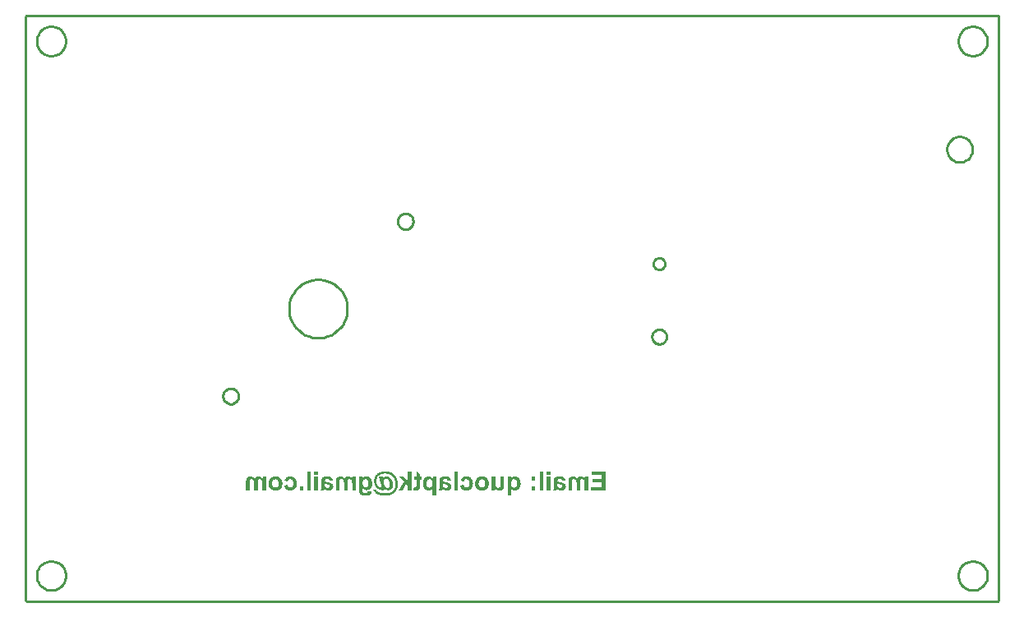
<source format=gbo>
G04*
G04 #@! TF.GenerationSoftware,Altium Limited,Altium Designer,19.1.7 (138)*
G04*
G04 Layer_Color=32896*
%FSTAX24Y24*%
%MOIN*%
G70*
G01*
G75*
%ADD11C,0.0100*%
G36*
X031234Y015071D02*
X031088D01*
Y015205D01*
X031234D01*
Y015071D01*
D02*
G37*
G36*
X021801Y015071D02*
X021656D01*
Y015205D01*
X021801D01*
Y015071D01*
D02*
G37*
G36*
X032486Y015008D02*
X032504Y015006D01*
X03252Y015002D01*
X032537Y014996D01*
X032565Y014982D01*
X032578Y014973D01*
X03259Y014966D01*
X032601Y014958D01*
X032611Y014949D01*
X032619Y014943D01*
X032625Y014936D01*
X032631Y01493D01*
X032635Y014925D01*
X032637Y014923D01*
X032638Y014922D01*
Y014998D01*
X032772D01*
Y014449D01*
X032626D01*
Y014714D01*
Y014742D01*
X032624Y014766D01*
X032623Y014784D01*
X032621Y014801D01*
X032619Y014812D01*
X032617Y01482D01*
X032615Y014826D01*
Y014827D01*
X03261Y014839D01*
X032604Y01485D01*
X032598Y014859D01*
X032591Y014866D01*
X032586Y014872D01*
X032581Y014876D01*
X032578Y014878D01*
X032577Y014879D01*
X032566Y014886D01*
X032556Y01489D01*
X032546Y014894D01*
X032537Y014896D01*
X032529Y014897D01*
X032522Y014898D01*
X032507D01*
X032498Y014896D01*
X032491Y014895D01*
X032484Y014893D01*
X03248Y01489D01*
X032476Y014888D01*
X032474Y014887D01*
X032473Y014886D01*
X032468Y014882D01*
X032462Y014876D01*
X032455Y014864D01*
X032452Y01486D01*
X03245Y014855D01*
X032449Y014852D01*
Y014851D01*
X032448Y014847D01*
X032446Y01484D01*
X032444Y014825D01*
X032443Y014808D01*
X032442Y014791D01*
X03244Y014775D01*
Y014761D01*
Y014756D01*
Y014752D01*
Y014749D01*
Y014748D01*
Y014449D01*
X032295D01*
Y014711D01*
Y014738D01*
X032293Y014761D01*
X032292Y014781D01*
X03229Y014797D01*
X032287Y01481D01*
X032286Y014818D01*
X032284Y014823D01*
Y014825D01*
X032279Y014838D01*
X032273Y014849D01*
X032267Y014858D01*
X03226Y014865D01*
X032255Y014872D01*
X03225Y014876D01*
X032247Y014878D01*
X032246Y014879D01*
X032236Y014886D01*
X032225Y01489D01*
X032215Y014894D01*
X032207Y014896D01*
X032199Y014897D01*
X032193Y014898D01*
X032188D01*
X032174Y014897D01*
X032161Y014894D01*
X03215Y014888D01*
X032141Y014883D01*
X032134Y014876D01*
X03213Y014872D01*
X032127Y014867D01*
X032126Y014866D01*
X032123Y014861D01*
X03212Y014855D01*
X032117Y01484D01*
X032114Y014823D01*
X032113Y014805D01*
X032111Y014789D01*
X03211Y014775D01*
Y014769D01*
Y014765D01*
Y014763D01*
Y014761D01*
Y014449D01*
X031965D01*
Y014799D01*
X031966Y014826D01*
X031967Y01485D01*
X031969Y01487D01*
X031973Y014885D01*
X031976Y014897D01*
X031978Y014906D01*
X031979Y014911D01*
X03198Y014912D01*
X031989Y01493D01*
X031999Y014944D01*
X03201Y014956D01*
X03202Y014967D01*
X032029Y014975D01*
X032037Y01498D01*
X032041Y014983D01*
X032044Y014984D01*
X03206Y014993D01*
X032078Y014999D01*
X032094Y015003D01*
X03211Y015006D01*
X032125Y015008D01*
X032135Y01501D01*
X032145D01*
X032163Y015008D01*
X032179Y015006D01*
X032194Y015003D01*
X032208Y014999D01*
X032219Y014994D01*
X032227Y014991D01*
X032233Y014989D01*
X032235Y014988D01*
X03225Y014979D01*
X032264Y014968D01*
X032278Y014957D01*
X03229Y014946D01*
X032299Y014936D01*
X032306Y014929D01*
X03231Y014923D01*
X032313Y014921D01*
X032322Y014936D01*
X032333Y014951D01*
X032344Y014961D01*
X032354Y014971D01*
X032363Y014979D01*
X03237Y014983D01*
X032375Y014987D01*
X032377Y014988D01*
X032392Y014995D01*
X032408Y015001D01*
X032423Y015004D01*
X032437Y015007D01*
X032449Y015008D01*
X032459Y01501D01*
X032468D01*
X032486Y015008D01*
D02*
G37*
G36*
X023054Y015008D02*
X023071Y015006D01*
X023088Y015002D01*
X023104Y014996D01*
X023132Y014982D01*
X023146Y014973D01*
X023158Y014966D01*
X023169Y014958D01*
X023178Y014949D01*
X023186Y014943D01*
X023193Y014936D01*
X023198Y01493D01*
X023202Y014925D01*
X023205Y014923D01*
X023206Y014922D01*
Y014998D01*
X023339D01*
Y014449D01*
X023194D01*
Y014714D01*
Y014742D01*
X023191Y014766D01*
X02319Y014784D01*
X023188Y014801D01*
X023186Y014812D01*
X023185Y01482D01*
X023183Y014826D01*
Y014827D01*
X023177Y014839D01*
X023172Y01485D01*
X023165Y014859D01*
X023159Y014866D01*
X023153Y014872D01*
X023149Y014876D01*
X023146Y014878D01*
X023144Y014879D01*
X023134Y014886D01*
X023124Y01489D01*
X023114Y014894D01*
X023104Y014896D01*
X023096Y014897D01*
X02309Y014898D01*
X023075D01*
X023066Y014896D01*
X023058Y014895D01*
X023052Y014893D01*
X023047Y01489D01*
X023044Y014888D01*
X023042Y014887D01*
X023041Y014886D01*
X023035Y014882D01*
X02303Y014876D01*
X023022Y014864D01*
X02302Y01486D01*
X023018Y014855D01*
X023017Y014852D01*
Y014851D01*
X023015Y014847D01*
X023013Y01484D01*
X023011Y014825D01*
X02301Y014808D01*
X023009Y014791D01*
X023008Y014775D01*
Y014761D01*
Y014756D01*
Y014752D01*
Y014749D01*
Y014748D01*
Y014449D01*
X022862D01*
Y014711D01*
Y014738D01*
X02286Y014761D01*
X022859Y014781D01*
X022857Y014797D01*
X022855Y01481D01*
X022854Y014818D01*
X022852Y014823D01*
Y014825D01*
X022846Y014838D01*
X022841Y014849D01*
X022834Y014858D01*
X022827Y014865D01*
X022822Y014872D01*
X022818Y014876D01*
X022814Y014878D01*
X022813Y014879D01*
X022803Y014886D01*
X022793Y01489D01*
X022783Y014894D01*
X022774Y014896D01*
X022766Y014897D01*
X022761Y014898D01*
X022755D01*
X022741Y014897D01*
X022728Y014894D01*
X022717Y014888D01*
X022708Y014883D01*
X022702Y014876D01*
X022697Y014872D01*
X022694Y014867D01*
X022693Y014866D01*
X022691Y014861D01*
X022688Y014855D01*
X022684Y01484D01*
X022681Y014823D01*
X02268Y014805D01*
X022679Y014789D01*
X022678Y014775D01*
Y014769D01*
Y014765D01*
Y014763D01*
Y014761D01*
Y014449D01*
X022532D01*
Y014799D01*
X022533Y014826D01*
X022535Y01485D01*
X022537Y01487D01*
X02254Y014885D01*
X022543Y014897D01*
X022545Y014906D01*
X022547Y014911D01*
X022548Y014912D01*
X022556Y01493D01*
X022566Y014944D01*
X022577Y014956D01*
X022587Y014967D01*
X022597Y014975D01*
X022605Y01498D01*
X022609Y014983D01*
X022611Y014984D01*
X022627Y014993D01*
X022645Y014999D01*
X022661Y015003D01*
X022678Y015006D01*
X022692Y015008D01*
X022703Y01501D01*
X022713D01*
X02273Y015008D01*
X022747Y015006D01*
X022762Y015003D01*
X022775Y014999D01*
X022786Y014994D01*
X022795Y014991D01*
X0228Y014989D01*
X022802Y014988D01*
X022818Y014979D01*
X022832Y014968D01*
X022845Y014957D01*
X022857Y014946D01*
X022867Y014936D01*
X022873Y014929D01*
X022878Y014923D01*
X02288Y014921D01*
X02289Y014936D01*
X022901Y01495D01*
X022912Y014961D01*
X022921Y014971D01*
X02293Y014979D01*
X022938Y014983D01*
X022942Y014987D01*
X022944Y014988D01*
X02296Y014995D01*
X022975Y015001D01*
X02299Y015004D01*
X023005Y015007D01*
X023017Y015008D01*
X023026Y01501D01*
X023035D01*
X023054Y015008D01*
D02*
G37*
G36*
X01941D02*
X019427Y015006D01*
X019444Y015002D01*
X01946Y014996D01*
X019488Y014982D01*
X019501Y014973D01*
X019514Y014966D01*
X019524Y014958D01*
X019534Y014949D01*
X019542Y014943D01*
X019548Y014936D01*
X019554Y01493D01*
X019558Y014925D01*
X019561Y014923D01*
X019562Y014922D01*
Y014998D01*
X019695D01*
Y014449D01*
X01955D01*
Y014714D01*
Y014742D01*
X019547Y014766D01*
X019546Y014784D01*
X019544Y014801D01*
X019542Y014812D01*
X019541Y01482D01*
X019539Y014826D01*
Y014827D01*
X019533Y014839D01*
X019528Y01485D01*
X019521Y014859D01*
X019515Y014866D01*
X019509Y014872D01*
X019505Y014876D01*
X019501Y014878D01*
X0195Y014879D01*
X019489Y014886D01*
X01948Y01489D01*
X01947Y014894D01*
X01946Y014896D01*
X019452Y014897D01*
X019446Y014898D01*
X01943D01*
X019422Y014896D01*
X019414Y014895D01*
X019407Y014893D01*
X019403Y01489D01*
X0194Y014888D01*
X019398Y014887D01*
X019397Y014886D01*
X019391Y014882D01*
X019386Y014876D01*
X019378Y014864D01*
X019376Y01486D01*
X019374Y014855D01*
X019373Y014852D01*
Y014851D01*
X019371Y014847D01*
X019369Y01484D01*
X019367Y014825D01*
X019366Y014808D01*
X019365Y014791D01*
X019364Y014775D01*
Y014761D01*
Y014756D01*
Y014752D01*
Y014749D01*
Y014748D01*
Y014449D01*
X019218D01*
Y014711D01*
Y014738D01*
X019216Y014761D01*
X019215Y014781D01*
X019213Y014797D01*
X019211Y01481D01*
X01921Y014818D01*
X019207Y014823D01*
Y014825D01*
X019202Y014838D01*
X019197Y014849D01*
X01919Y014858D01*
X019183Y014865D01*
X019178Y014872D01*
X019174Y014876D01*
X01917Y014878D01*
X019169Y014879D01*
X019159Y014886D01*
X019148Y01489D01*
X019139Y014894D01*
X01913Y014896D01*
X019122Y014897D01*
X019117Y014898D01*
X019111D01*
X019097Y014897D01*
X019084Y014894D01*
X019073Y014888D01*
X019064Y014883D01*
X019058Y014876D01*
X019053Y014872D01*
X01905Y014867D01*
X019049Y014866D01*
X019047Y014861D01*
X019044Y014855D01*
X01904Y01484D01*
X019037Y014823D01*
X019036Y014805D01*
X019035Y014789D01*
X019034Y014775D01*
Y014769D01*
Y014765D01*
Y014763D01*
Y014761D01*
Y014449D01*
X018888D01*
Y014799D01*
X018889Y014826D01*
X018891Y01485D01*
X018893Y01487D01*
X018896Y014885D01*
X018899Y014897D01*
X018901Y014906D01*
X018903Y014911D01*
X018904Y014912D01*
X018912Y01493D01*
X018922Y014944D01*
X018933Y014956D01*
X018943Y014967D01*
X018953Y014975D01*
X01896Y01498D01*
X018965Y014983D01*
X018967Y014984D01*
X018983Y014993D01*
X019001Y014999D01*
X019017Y015003D01*
X019034Y015006D01*
X019048Y015008D01*
X019059Y01501D01*
X019069D01*
X019086Y015008D01*
X019103Y015006D01*
X019118Y015003D01*
X019131Y014999D01*
X019142Y014994D01*
X019151Y014991D01*
X019156Y014989D01*
X019158Y014988D01*
X019174Y014979D01*
X019188Y014968D01*
X019201Y014957D01*
X019213Y014946D01*
X019223Y014936D01*
X019229Y014929D01*
X019234Y014923D01*
X019236Y014921D01*
X019246Y014936D01*
X019257Y01495D01*
X019268Y014961D01*
X019277Y014971D01*
X019286Y014979D01*
X019294Y014983D01*
X019298Y014987D01*
X0193Y014988D01*
X019316Y014995D01*
X019331Y015001D01*
X019346Y015004D01*
X019361Y015007D01*
X019373Y015008D01*
X019382Y01501D01*
X019391D01*
X01941Y015008D01*
D02*
G37*
G36*
X023794D02*
X023811Y015006D01*
X023828Y015003D01*
X023844Y014999D01*
X023871Y014987D01*
X023884Y01498D01*
X023895Y014973D01*
X023906Y014966D01*
X023915Y014959D01*
X023923Y014954D01*
X023929Y014948D01*
X023935Y014943D01*
X023938Y01494D01*
X02394Y014937D01*
X023941Y014936D01*
X023953Y014922D01*
X023963Y014907D01*
X023972Y014889D01*
X02398Y014873D01*
X023985Y014855D01*
X02399Y014838D01*
X023998Y014803D01*
X024001Y014788D01*
X024004Y014772D01*
X024005Y014759D01*
X024006Y014748D01*
X024007Y014738D01*
Y014732D01*
Y014726D01*
Y014725D01*
X024006Y014706D01*
X024005Y014686D01*
X023999Y014651D01*
X023995Y014635D01*
X02399Y014619D01*
X023986Y014605D01*
X023982Y014593D01*
X023977Y014581D01*
X023973Y014571D01*
X023969Y014562D01*
X023964Y014555D01*
X023961Y014549D01*
X023959Y014545D01*
X023957Y014543D01*
Y014542D01*
X023943Y014525D01*
X02393Y014511D01*
X023916Y014499D01*
X023902Y014488D01*
X023888Y014479D01*
X023872Y014472D01*
X023858Y014465D01*
X023845Y014461D01*
X023832Y014456D01*
X02382Y014454D01*
X023809Y014452D01*
X0238Y01445D01*
X023793D01*
X023786Y014449D01*
X023782D01*
X023763Y01445D01*
X023746Y014453D01*
X023729Y014458D01*
X023714Y014463D01*
X023687Y014477D01*
X023673Y014485D01*
X023663Y014494D01*
X023653Y014501D01*
X023643Y014509D01*
X023635Y014517D01*
X02363Y014523D01*
X023624Y01453D01*
X023621Y014534D01*
X023619Y014536D01*
X023618Y014537D01*
Y014458D01*
Y014441D01*
X023619Y014427D01*
X02362Y014416D01*
X023621Y014407D01*
X023623Y0144D01*
X023624Y014395D01*
X023625Y014393D01*
Y014392D01*
X02363Y014383D01*
X023634Y014376D01*
X023639Y014369D01*
X023643Y014364D01*
X023647Y014359D01*
X023651Y014357D01*
X023653Y014356D01*
X023654Y014355D01*
X023666Y014349D01*
X023679Y014345D01*
X023693Y014342D01*
X023707Y01434D01*
X023719Y014338D01*
X023729Y014337D01*
X023739D01*
X023754Y014338D01*
X023767Y01434D01*
X023778Y014343D01*
X023787Y014346D01*
X023795Y014348D01*
X023799Y014352D01*
X023802Y014353D01*
X023804Y014354D01*
X023809Y014358D01*
X023813Y014365D01*
X023819Y014378D01*
X02382Y014383D01*
X023821Y014389D01*
X023822Y014392D01*
Y014393D01*
X023988Y014413D01*
X023989Y014406D01*
Y014401D01*
Y014396D01*
Y014395D01*
X023988Y014382D01*
X023987Y014369D01*
X023981Y014345D01*
X023971Y014324D01*
X02396Y014307D01*
X02395Y014293D01*
X02394Y014283D01*
X023934Y014276D01*
X023933Y014275D01*
X023931Y014274D01*
X023919Y014265D01*
X023906Y014259D01*
X023891Y014252D01*
X023876Y014247D01*
X023843Y014238D01*
X02381Y014232D01*
X023795Y01423D01*
X023781Y014228D01*
X023767Y014227D01*
X023757D01*
X023747Y014226D01*
X023734D01*
X023707Y014227D01*
X023683Y014228D01*
X023663Y014231D01*
X023644Y014235D01*
X02363Y014237D01*
X02362Y01424D01*
X023613Y014241D01*
X023611Y014242D01*
X023594Y014249D01*
X023578Y014255D01*
X023565Y014263D01*
X023554Y01427D01*
X023547Y014275D01*
X02354Y014281D01*
X023536Y014284D01*
X023535Y014285D01*
X023524Y014296D01*
X023515Y014308D01*
X023507Y014321D01*
X023501Y014333D01*
X023495Y014344D01*
X023492Y014353D01*
X02349Y014358D01*
X023489Y01436D01*
X023485Y01437D01*
X023483Y01438D01*
X023479Y014403D01*
X023477Y014427D01*
X023475Y014451D01*
X023473Y014472D01*
X023472Y014481D01*
Y014489D01*
Y014496D01*
Y0145D01*
Y014503D01*
Y014505D01*
Y014998D01*
X023608D01*
Y014919D01*
X023621Y014935D01*
X023634Y014948D01*
X023648Y014961D01*
X023663Y014971D01*
X023677Y01498D01*
X023691Y014988D01*
X023704Y014993D01*
X023717Y014999D01*
X023729Y015002D01*
X02374Y015005D01*
X023751Y015006D01*
X023759Y015008D01*
X023766D01*
X023772Y01501D01*
X023776D01*
X023794Y015008D01*
D02*
G37*
G36*
X029814Y015008D02*
X029831Y015006D01*
X029848Y015003D01*
X029863Y014998D01*
X029892Y014987D01*
X029905Y014979D01*
X029916Y014972D01*
X029927Y014966D01*
X029935Y014959D01*
X029943Y014953D01*
X029949Y014947D01*
X029955Y014942D01*
X029958Y014938D01*
X02996Y014936D01*
X029962Y014935D01*
X029974Y014921D01*
X029983Y014905D01*
X029992Y014888D01*
X03Y014872D01*
X030006Y014854D01*
X030012Y014837D01*
X030019Y014804D01*
X030023Y014789D01*
X030025Y014775D01*
X030026Y014761D01*
X030027Y01475D01*
X030028Y014742D01*
Y014734D01*
Y01473D01*
Y014729D01*
X030027Y014703D01*
X030025Y014679D01*
X030022Y014656D01*
X030017Y014635D01*
X030012Y014615D01*
X030005Y014597D01*
X03Y01458D01*
X029992Y014566D01*
X029986Y014552D01*
X02998Y014541D01*
X029974Y01453D01*
X029968Y014522D01*
X029964Y014515D01*
X02996Y014511D01*
X029958Y014508D01*
X029957Y014507D01*
X029945Y014495D01*
X029933Y014484D01*
X029921Y014474D01*
X029908Y014466D01*
X029895Y01446D01*
X029883Y014454D01*
X029858Y014446D01*
X029837Y01444D01*
X029827Y014439D01*
X029819Y014438D01*
X029813Y014437D01*
X029804D01*
X029786Y014438D01*
X029769Y01444D01*
X029754Y014443D01*
X02974Y014448D01*
X029729Y014451D01*
X02972Y014454D01*
X029714Y014456D01*
X029712Y014458D01*
X029697Y014466D01*
X029683Y014476D01*
X029671Y014486D01*
X029661Y014495D01*
X029652Y014503D01*
X029647Y01451D01*
X029642Y014514D01*
X029641Y014515D01*
Y014239D01*
X029496D01*
Y014998D01*
X029629D01*
Y014916D01*
X029641Y014932D01*
X029654Y014946D01*
X029666Y014958D01*
X029677Y014968D01*
X029687Y014976D01*
X029695Y014981D01*
X029699Y014984D01*
X029701Y014985D01*
X029717Y014993D01*
X029733Y015D01*
X029748Y015004D01*
X029763Y015006D01*
X029776Y015008D01*
X029787Y01501D01*
X029795D01*
X029814Y015008D01*
D02*
G37*
G36*
X030618Y014852D02*
X030473Y014852D01*
Y014998D01*
X030618Y014998D01*
Y014852D01*
D02*
G37*
G36*
X031645Y015007D02*
X031662Y015006D01*
X031678Y015003D01*
X031693Y015001D01*
X031706Y014998D01*
X031718Y014993D01*
X031729Y01499D01*
X031738Y014987D01*
X031746Y014982D01*
X031753Y014979D01*
X031759Y014977D01*
X031764Y014973D01*
X031767Y014972D01*
X031768Y01497D01*
X031769D01*
X031788Y014954D01*
X031803Y014935D01*
X031816Y014916D01*
X031827Y014897D01*
X031835Y014879D01*
X031838Y014872D01*
X03184Y014865D01*
X031843Y01486D01*
X031844Y014855D01*
X031845Y014853D01*
Y014852D01*
X031715Y014828D01*
X031709Y014841D01*
X031704Y014852D01*
X031698Y014862D01*
X031692Y01487D01*
X031687Y014875D01*
X031683Y014878D01*
X031681Y014881D01*
X03168Y014882D01*
X031671Y014887D01*
X031661Y014891D01*
X03165Y014894D01*
X03164Y014896D01*
X031632Y014897D01*
X031625Y014898D01*
X031618D01*
X031599Y014897D01*
X031582Y014895D01*
X031569Y014893D01*
X031558Y014889D01*
X031551Y014885D01*
X031545Y014883D01*
X031542Y014881D01*
X031541Y014879D01*
X031533Y014872D01*
X031528Y014863D01*
X031524Y014853D01*
X031521Y014843D01*
X03152Y014834D01*
X031519Y014826D01*
Y014822D01*
Y014819D01*
Y014805D01*
X031527Y014802D01*
X031537Y014799D01*
X031557Y014792D01*
X031581Y014787D01*
X031604Y014781D01*
X031626Y014776D01*
X031636Y014773D01*
X031645Y014772D01*
X031651Y014771D01*
X031657Y01477D01*
X03166Y014769D01*
X031661D01*
X031687Y014764D01*
X031711Y014758D01*
X031731Y014753D01*
X031747Y014747D01*
X031761Y014742D01*
X031769Y014738D01*
X031775Y014736D01*
X031777Y014735D01*
X031791Y014728D01*
X031803Y014719D01*
X031814Y014709D01*
X031822Y0147D01*
X031829Y014693D01*
X031834Y014686D01*
X031837Y014682D01*
X031838Y014679D01*
X031846Y014665D01*
X031851Y014651D01*
X031855Y014638D01*
X031857Y014625D01*
X031859Y014614D01*
X03186Y014605D01*
Y0146D01*
Y014597D01*
X031859Y014584D01*
X031858Y014572D01*
X031852Y014549D01*
X031845Y01453D01*
X031836Y014513D01*
X031827Y0145D01*
X03182Y01449D01*
X031814Y014484D01*
X031812Y014483D01*
Y014482D01*
X031792Y014466D01*
X03177Y014455D01*
X031749Y014448D01*
X031727Y014442D01*
X031708Y014439D01*
X031699Y014438D01*
X031693D01*
X031686Y014437D01*
X031679D01*
X031661Y014438D01*
X031644Y01444D01*
X031628Y014442D01*
X031615Y014446D01*
X031604Y014449D01*
X031596Y014452D01*
X03159Y014453D01*
X031588Y014454D01*
X031573Y014462D01*
X031557Y01447D01*
X031544Y014479D01*
X031532Y014488D01*
X031522Y014496D01*
X031515Y014502D01*
X03151Y014507D01*
X031508Y014508D01*
X031507Y014503D01*
X031505Y014498D01*
X031504Y014494D01*
X031503Y014493D01*
Y014491D01*
X031499Y014482D01*
X031497Y014473D01*
X031495Y014465D01*
X031493Y01446D01*
X031491Y014455D01*
X03149Y014451D01*
X031488Y01445D01*
Y014449D01*
X031345D01*
X031352Y014463D01*
X031357Y014476D01*
X031362Y014488D01*
X031366Y014499D01*
X031368Y014508D01*
X03137Y014515D01*
X031371Y01452D01*
Y014521D01*
X031374Y014535D01*
X031375Y014553D01*
X031377Y01457D01*
Y014588D01*
X031378Y014603D01*
Y014616D01*
Y014622D01*
Y014625D01*
Y014627D01*
Y014628D01*
X031376Y014797D01*
Y014815D01*
X031377Y01483D01*
X031378Y014844D01*
X031379Y014858D01*
X03138Y01487D01*
X031382Y014881D01*
X031383Y01489D01*
X031386Y014898D01*
X031388Y014906D01*
X031389Y014911D01*
X031392Y014921D01*
X031394Y014925D01*
X031396Y014928D01*
X031404Y01494D01*
X031414Y014952D01*
X031425Y014961D01*
X031437Y01497D01*
X031447Y014977D01*
X031456Y014981D01*
X031461Y014984D01*
X031462Y014985D01*
X031463D01*
X031473Y01499D01*
X031483Y014993D01*
X031506Y015D01*
X03153Y015004D01*
X031553Y015006D01*
X031575Y015008D01*
X031584D01*
X031591Y01501D01*
X031627D01*
X031645Y015007D01*
D02*
G37*
G36*
X027003Y015007D02*
X02702Y015006D01*
X027036Y015003D01*
X027051Y015001D01*
X027064Y014998D01*
X027076Y014993D01*
X027087Y01499D01*
X027096Y014987D01*
X027104Y014982D01*
X027111Y014979D01*
X027118Y014977D01*
X027122Y014973D01*
X027125Y014972D01*
X027126Y01497D01*
X027127D01*
X027146Y014954D01*
X027161Y014935D01*
X027174Y014916D01*
X027185Y014897D01*
X027193Y014879D01*
X027196Y014872D01*
X027198Y014865D01*
X027201Y01486D01*
X027202Y014855D01*
X027203Y014853D01*
Y014852D01*
X027073Y014828D01*
X027067Y014841D01*
X027062Y014852D01*
X027056Y014862D01*
X02705Y01487D01*
X027045Y014875D01*
X027041Y014878D01*
X027039Y014881D01*
X027038Y014882D01*
X027029Y014887D01*
X027019Y014891D01*
X027008Y014894D01*
X026998Y014896D01*
X02699Y014897D01*
X026983Y014898D01*
X026977D01*
X026957Y014897D01*
X02694Y014895D01*
X026927Y014893D01*
X026916Y014889D01*
X026909Y014885D01*
X026903Y014883D01*
X0269Y014881D01*
X026899Y014879D01*
X026891Y014872D01*
X026886Y014863D01*
X026883Y014853D01*
X026879Y014843D01*
X026878Y014834D01*
X026877Y014826D01*
Y014822D01*
Y014819D01*
Y014805D01*
X026885Y014802D01*
X026895Y014799D01*
X026915Y014792D01*
X026939Y014787D01*
X026962Y014781D01*
X026984Y014776D01*
X026994Y014773D01*
X027003Y014772D01*
X027009Y014771D01*
X027015Y01477D01*
X027018Y014769D01*
X027019D01*
X027045Y014764D01*
X027069Y014758D01*
X027089Y014753D01*
X027105Y014747D01*
X027119Y014742D01*
X027127Y014738D01*
X027133Y014736D01*
X027135Y014735D01*
X027149Y014728D01*
X027161Y014719D01*
X027172Y014709D01*
X02718Y0147D01*
X027187Y014693D01*
X027192Y014686D01*
X027195Y014682D01*
X027196Y014679D01*
X027204Y014665D01*
X027209Y014651D01*
X027213Y014638D01*
X027215Y014625D01*
X027217Y014614D01*
X027218Y014605D01*
Y0146D01*
Y014597D01*
X027217Y014584D01*
X027216Y014572D01*
X02721Y014549D01*
X027203Y01453D01*
X027194Y014513D01*
X027185Y0145D01*
X027178Y01449D01*
X027172Y014484D01*
X02717Y014483D01*
Y014482D01*
X02715Y014466D01*
X027128Y014455D01*
X027107Y014448D01*
X027085Y014442D01*
X027066Y014439D01*
X027057Y014438D01*
X027051D01*
X027044Y014437D01*
X027037D01*
X027019Y014438D01*
X027002Y01444D01*
X026986Y014442D01*
X026973Y014446D01*
X026962Y014449D01*
X026954Y014452D01*
X026948Y014453D01*
X026946Y014454D01*
X026931Y014462D01*
X026915Y01447D01*
X026902Y014479D01*
X02689Y014488D01*
X02688Y014496D01*
X026873Y014502D01*
X026868Y014507D01*
X026866Y014508D01*
X026865Y014503D01*
X026863Y014498D01*
X026862Y014494D01*
X026861Y014493D01*
Y014491D01*
X026857Y014482D01*
X026855Y014473D01*
X026853Y014465D01*
X026851Y01446D01*
X026849Y014455D01*
X026848Y014451D01*
X026846Y01445D01*
Y014449D01*
X026703D01*
X02671Y014463D01*
X026715Y014476D01*
X02672Y014488D01*
X026724Y014499D01*
X026726Y014508D01*
X026728Y014515D01*
X02673Y01452D01*
Y014521D01*
X026732Y014535D01*
X026733Y014553D01*
X026735Y01457D01*
Y014588D01*
X026736Y014603D01*
Y014616D01*
Y014622D01*
Y014625D01*
Y014627D01*
Y014628D01*
X026734Y014797D01*
Y014815D01*
X026735Y01483D01*
X026736Y014844D01*
X026737Y014858D01*
X026738Y01487D01*
X02674Y014881D01*
X026742Y01489D01*
X026744Y014898D01*
X026746Y014906D01*
X026747Y014911D01*
X02675Y014921D01*
X026752Y014925D01*
X026754Y014928D01*
X026762Y01494D01*
X026772Y014952D01*
X026783Y014961D01*
X026795Y01497D01*
X026805Y014977D01*
X026814Y014981D01*
X026819Y014984D01*
X02682Y014985D01*
X026821D01*
X026831Y01499D01*
X026841Y014993D01*
X026864Y015D01*
X026888Y015004D01*
X026911Y015006D01*
X026933Y015008D01*
X026942D01*
X026949Y01501D01*
X026985D01*
X027003Y015007D01*
D02*
G37*
G36*
X022212Y015007D02*
X02223Y015006D01*
X022245Y015003D01*
X02226Y015001D01*
X022273Y014998D01*
X022285Y014993D01*
X022296Y01499D01*
X022305Y014987D01*
X022314Y014982D01*
X02232Y014979D01*
X022327Y014977D01*
X022331Y014973D01*
X022335Y014972D01*
X022336Y01497D01*
X022337D01*
X022355Y014954D01*
X022371Y014935D01*
X022384Y014916D01*
X022395Y014897D01*
X022402Y014879D01*
X022406Y014872D01*
X022408Y014865D01*
X02241Y01486D01*
X022411Y014855D01*
X022412Y014853D01*
Y014852D01*
X022282Y014828D01*
X022277Y014841D01*
X022271Y014852D01*
X022266Y014862D01*
X022259Y01487D01*
X022255Y014875D01*
X02225Y014878D01*
X022248Y014881D01*
X022247Y014882D01*
X022238Y014887D01*
X022229Y014891D01*
X022218Y014894D01*
X022208Y014896D01*
X022199Y014897D01*
X022192Y014898D01*
X022186D01*
X022166Y014897D01*
X02215Y014895D01*
X022137Y014893D01*
X022126Y014889D01*
X022118Y014885D01*
X022113Y014883D01*
X022109Y014881D01*
X022108Y014879D01*
X022101Y014872D01*
X022095Y014863D01*
X022092Y014853D01*
X022089Y014843D01*
X022088Y014834D01*
X022086Y014826D01*
Y014822D01*
Y014819D01*
Y014805D01*
X022094Y014802D01*
X022104Y014799D01*
X022125Y014792D01*
X022149Y014787D01*
X022172Y014781D01*
X022194Y014776D01*
X022203Y014773D01*
X022212Y014772D01*
X022219Y014771D01*
X022224Y01477D01*
X022227Y014769D01*
X022229D01*
X022255Y014764D01*
X022279Y014758D01*
X022298Y014753D01*
X022315Y014747D01*
X022328Y014742D01*
X022337Y014738D01*
X022342Y014736D01*
X022344Y014735D01*
X022359Y014728D01*
X022371Y014719D01*
X022382Y014709D01*
X022389Y0147D01*
X022397Y014693D01*
X022401Y014686D01*
X022404Y014682D01*
X022406Y014679D01*
X022413Y014665D01*
X022419Y014651D01*
X022422Y014638D01*
X022424Y014625D01*
X022426Y014614D01*
X022427Y014605D01*
Y0146D01*
Y014597D01*
X022426Y014584D01*
X022425Y014572D01*
X02242Y014549D01*
X022412Y01453D01*
X022403Y014513D01*
X022395Y0145D01*
X022387Y01449D01*
X022382Y014484D01*
X022379Y014483D01*
Y014482D01*
X02236Y014466D01*
X022338Y014455D01*
X022316Y014448D01*
X022294Y014442D01*
X022276Y014439D01*
X022267Y014438D01*
X02226D01*
X022254Y014437D01*
X022246D01*
X022229Y014438D01*
X022211Y01444D01*
X022196Y014442D01*
X022183Y014446D01*
X022172Y014449D01*
X022163Y014452D01*
X022157Y014453D01*
X022155Y014454D01*
X02214Y014462D01*
X022125Y01447D01*
X022112Y014479D01*
X0221Y014488D01*
X02209Y014496D01*
X022082Y014502D01*
X022078Y014507D01*
X022076Y014508D01*
X022074Y014503D01*
X022072Y014498D01*
X022071Y014494D01*
X02207Y014493D01*
Y014491D01*
X022067Y014482D01*
X022065Y014473D01*
X022062Y014465D01*
X02206Y01446D01*
X022058Y014455D01*
X022057Y014451D01*
X022056Y01445D01*
Y014449D01*
X021913D01*
X021919Y014463D01*
X021925Y014476D01*
X021929Y014488D01*
X021933Y014499D01*
X021936Y014508D01*
X021938Y014515D01*
X021939Y01452D01*
Y014521D01*
X021941Y014535D01*
X021942Y014553D01*
X021944Y01457D01*
Y014588D01*
X021945Y014603D01*
Y014616D01*
Y014622D01*
Y014625D01*
Y014627D01*
Y014628D01*
X021943Y014797D01*
Y014815D01*
X021944Y01483D01*
X021945Y014844D01*
X021947Y014858D01*
X021948Y01487D01*
X02195Y014881D01*
X021951Y01489D01*
X021953Y014898D01*
X021955Y014906D01*
X021956Y014911D01*
X02196Y014921D01*
X021962Y014925D01*
X021963Y014928D01*
X021972Y01494D01*
X021982Y014952D01*
X021992Y014961D01*
X022004Y01497D01*
X022014Y014977D01*
X022023Y014981D01*
X022029Y014984D01*
X02203Y014985D01*
X022031D01*
X022041Y01499D01*
X02205Y014993D01*
X022073Y015D01*
X022097Y015004D01*
X02212Y015006D01*
X022142Y015008D01*
X022151D01*
X022159Y01501D01*
X022195D01*
X022212Y015007D01*
D02*
G37*
G36*
X025598Y014449D02*
X025453D01*
Y014624D01*
X025387Y014695D01*
X025248Y014449D01*
X025092D01*
X025293Y014796D01*
X025105Y014998D01*
X025283D01*
X025453Y014804D01*
Y015205D01*
X025598D01*
Y014449D01*
D02*
G37*
G36*
X025938Y015107D02*
Y014998D01*
X026005D01*
Y014882D01*
X025938D01*
Y014642D01*
Y014628D01*
Y014616D01*
Y014604D01*
X025937Y014594D01*
Y014577D01*
X025936Y014562D01*
X025935Y014552D01*
Y014545D01*
X025934Y014541D01*
Y01454D01*
X025932Y014528D01*
X025928Y014517D01*
X025925Y014507D01*
X025922Y014499D01*
X025918Y014493D01*
X025916Y014488D01*
X025915Y014485D01*
X025914Y014484D01*
X025908Y014476D01*
X0259Y01447D01*
X025885Y014459D01*
X025878Y014455D01*
X025873Y014452D01*
X025868Y014451D01*
X025867Y01445D01*
X025855Y014446D01*
X025843Y014442D01*
X025831Y01444D01*
X02582Y014439D01*
X02581Y014438D01*
X025803Y014437D01*
X025796D01*
X025773Y014438D01*
X025751Y01444D01*
X025732Y014443D01*
X025715Y014448D01*
X025701Y014451D01*
X02569Y014454D01*
X025684Y014456D01*
X025682Y014458D01*
X025681D01*
X025694Y01457D01*
X025708Y014566D01*
X02572Y014562D01*
X025729Y01456D01*
X025738Y014559D01*
X025745Y014558D01*
X025749Y014557D01*
X025753D01*
X025763Y014558D01*
X025771Y01456D01*
X025775Y014562D01*
X025777Y014564D01*
X025784Y01457D01*
X025787Y014576D01*
X02579Y01458D01*
X025791Y014582D01*
Y014584D01*
X025792Y014589D01*
Y014599D01*
Y014612D01*
X025793Y014625D01*
Y014638D01*
Y014649D01*
Y014653D01*
Y014656D01*
Y014659D01*
Y01466D01*
Y014882D01*
X025693D01*
Y014998D01*
X025793D01*
Y015192D01*
X025938Y015107D01*
D02*
G37*
G36*
X027851Y015008D02*
X027872Y015006D01*
X027892Y015003D01*
X02791Y014998D01*
X027927Y014992D01*
X027944Y014985D01*
X027958Y014979D01*
X027971Y014971D01*
X027983Y014965D01*
X027993Y014957D01*
X028002Y014951D01*
X028009Y014945D01*
X028015Y01494D01*
X028019Y014936D01*
X028021Y014934D01*
X028023Y014933D01*
X028035Y014918D01*
X028045Y014902D01*
X028055Y014886D01*
X028064Y014869D01*
X028071Y014851D01*
X028076Y014834D01*
X028085Y0148D01*
X028088Y014783D01*
X02809Y014769D01*
X028091Y014756D01*
X028092Y014744D01*
X028094Y014735D01*
Y014728D01*
Y014723D01*
Y014722D01*
X028092Y014698D01*
X02809Y014674D01*
X028087Y014653D01*
X028083Y014632D01*
X028077Y014614D01*
X028071Y014596D01*
X028065Y014581D01*
X028057Y014567D01*
X028051Y014554D01*
X028045Y014543D01*
X028039Y014534D01*
X028033Y014526D01*
X028029Y01452D01*
X028026Y014515D01*
X028024Y014513D01*
X028023Y014512D01*
X028008Y014499D01*
X027994Y014487D01*
X027979Y014477D01*
X027962Y014468D01*
X027947Y014461D01*
X027931Y014455D01*
X027915Y01445D01*
X0279Y014447D01*
X027886Y014443D01*
X027873Y014441D01*
X027861Y014439D01*
X027851Y014438D01*
X027843Y014437D01*
X027831D01*
X027812Y014438D01*
X027794Y014439D01*
X027777Y014441D01*
X02776Y014444D01*
X027745Y014448D01*
X027732Y014452D01*
X027719Y014456D01*
X027708Y014462D01*
X027697Y014466D01*
X027688Y014471D01*
X02768Y014475D01*
X027674Y014478D01*
X027669Y014482D01*
X027666Y014484D01*
X027664Y014486D01*
X027663D01*
X027652Y014496D01*
X027641Y014507D01*
X027622Y014531D01*
X027607Y014555D01*
X027596Y014579D01*
X027588Y014601D01*
X027584Y014611D01*
X027581Y014618D01*
X027579Y014625D01*
X027578Y01463D01*
X027577Y014634D01*
Y014635D01*
X027719Y014659D01*
X027723Y014639D01*
X02773Y014622D01*
X027735Y014607D01*
X027742Y014596D01*
X027748Y014588D01*
X027753Y014582D01*
X027756Y014579D01*
X027757Y014578D01*
X027768Y01457D01*
X027779Y014565D01*
X02779Y01456D01*
X027801Y014558D01*
X02781Y014556D01*
X027818Y014555D01*
X027825D01*
X027844Y014557D01*
X027862Y014561D01*
X027876Y014567D01*
X027889Y014575D01*
X027899Y014582D01*
X027906Y014588D01*
X027911Y014592D01*
X027912Y014594D01*
X027918Y014603D01*
X027923Y014612D01*
X027931Y014632D01*
X027937Y014655D01*
X027941Y014678D01*
X027943Y0147D01*
X027944Y014709D01*
Y014717D01*
X027945Y014723D01*
Y014729D01*
Y014732D01*
Y014733D01*
Y014748D01*
X027944Y014764D01*
X027942Y014777D01*
X027939Y01479D01*
X027937Y014801D01*
X027935Y014811D01*
X027929Y014828D01*
X027923Y014841D01*
X027918Y01485D01*
X027914Y014855D01*
X027913Y014858D01*
X0279Y014871D01*
X027886Y014879D01*
X027872Y014886D01*
X027859Y014891D01*
X027845Y014894D01*
X027836Y014895D01*
X027829Y014896D01*
X027827D01*
X027813Y014895D01*
X0278Y014893D01*
X027789Y014889D01*
X027779Y014885D01*
X027771Y014881D01*
X027766Y014877D01*
X027762Y014875D01*
X027761Y014874D01*
X027753Y014865D01*
X027745Y014855D01*
X027739Y014844D01*
X027734Y014835D01*
X027731Y014825D01*
X027729Y014817D01*
X027727Y014813D01*
Y014811D01*
X027584Y014837D01*
X027595Y014867D01*
X027608Y014894D01*
X027622Y014916D01*
X027637Y014934D01*
X02765Y014948D01*
X02766Y014958D01*
X027664Y014961D01*
X027667Y014964D01*
X027668Y014966D01*
X027669D01*
X027694Y01498D01*
X02772Y014991D01*
X027746Y014999D01*
X027771Y015004D01*
X027783Y015006D01*
X027794Y015007D01*
X027804Y015008D01*
X027813D01*
X027819Y01501D01*
X027829D01*
X027851Y015008D01*
D02*
G37*
G36*
X020708Y015008D02*
X020729Y015006D01*
X02075Y015003D01*
X020767Y014998D01*
X020785Y014992D01*
X020801Y014985D01*
X020815Y014979D01*
X020828Y014971D01*
X02084Y014965D01*
X02085Y014957D01*
X020859Y01495D01*
X020867Y014945D01*
X020872Y01494D01*
X020876Y014936D01*
X020879Y014934D01*
X02088Y014933D01*
X020892Y014918D01*
X020903Y014902D01*
X020913Y014886D01*
X020921Y014869D01*
X020928Y014851D01*
X020933Y014834D01*
X020942Y0148D01*
X020945Y014783D01*
X020948Y014769D01*
X020949Y014756D01*
X02095Y014744D01*
X020951Y014735D01*
Y014728D01*
Y014723D01*
Y014722D01*
X02095Y014698D01*
X020948Y014674D01*
X020944Y014653D01*
X02094Y014632D01*
X020934Y014614D01*
X020928Y014596D01*
X020922Y014581D01*
X020915Y014567D01*
X020908Y014554D01*
X020903Y014543D01*
X020896Y014534D01*
X020891Y014526D01*
X020886Y01452D01*
X020883Y014515D01*
X020881Y014513D01*
X02088Y014512D01*
X020866Y014499D01*
X020851Y014487D01*
X020836Y014477D01*
X02082Y014468D01*
X020804Y014461D01*
X020788Y014455D01*
X020773Y01445D01*
X020757Y014447D01*
X020743Y014443D01*
X02073Y014441D01*
X020718Y014439D01*
X020708Y014438D01*
X020701Y014437D01*
X020688D01*
X020669Y014438D01*
X020651Y014439D01*
X020634Y014441D01*
X020617Y014444D01*
X020602Y014448D01*
X020589Y014452D01*
X020576Y014456D01*
X020565Y014462D01*
X020554Y014466D01*
X020545Y014471D01*
X020538Y014475D01*
X020531Y014478D01*
X020527Y014482D01*
X020523Y014484D01*
X020521Y014486D01*
X02052D01*
X020509Y014496D01*
X020498Y014507D01*
X02048Y014531D01*
X020464Y014555D01*
X020454Y014579D01*
X020445Y014601D01*
X020441Y014611D01*
X020438Y014618D01*
X020436Y014625D01*
X020435Y01463D01*
X020434Y014634D01*
Y014635D01*
X020576Y014659D01*
X02058Y014639D01*
X020587Y014622D01*
X020592Y014607D01*
X020599Y014596D01*
X020605Y014588D01*
X02061Y014582D01*
X020613Y014579D01*
X020614Y014578D01*
X020625Y01457D01*
X020636Y014565D01*
X020647Y01456D01*
X020658Y014558D01*
X020668Y014556D01*
X020675Y014555D01*
X020682D01*
X020702Y014557D01*
X020719Y014561D01*
X020733Y014567D01*
X020746Y014575D01*
X020756Y014582D01*
X020763Y014588D01*
X020768Y014592D01*
X020769Y014594D01*
X020775Y014603D01*
X02078Y014612D01*
X020788Y014632D01*
X020795Y014655D01*
X020798Y014678D01*
X0208Y0147D01*
X020801Y014709D01*
Y014717D01*
X020802Y014723D01*
Y014729D01*
Y014732D01*
Y014733D01*
Y014748D01*
X020801Y014764D01*
X020799Y014777D01*
X020797Y01479D01*
X020795Y014801D01*
X020792Y014811D01*
X020786Y014828D01*
X02078Y014841D01*
X020775Y01485D01*
X020772Y014855D01*
X02077Y014858D01*
X020757Y014871D01*
X020743Y014879D01*
X020729Y014886D01*
X020716Y014891D01*
X020703Y014894D01*
X020693Y014895D01*
X020686Y014896D01*
X020684D01*
X02067Y014895D01*
X020657Y014893D01*
X020646Y014889D01*
X020636Y014885D01*
X020628Y014881D01*
X020623Y014877D01*
X02062Y014875D01*
X020619Y014874D01*
X02061Y014865D01*
X020602Y014855D01*
X020597Y014844D01*
X020591Y014835D01*
X020588Y014825D01*
X020586Y014817D01*
X020585Y014813D01*
Y014811D01*
X020441Y014837D01*
X020452Y014867D01*
X020466Y014894D01*
X02048Y014916D01*
X020494Y014934D01*
X020507Y014948D01*
X020517Y014958D01*
X020521Y014961D01*
X020525Y014964D01*
X020526Y014966D01*
X020527D01*
X020551Y01498D01*
X020577Y014991D01*
X020603Y014999D01*
X020628Y015004D01*
X02064Y015006D01*
X020651Y015007D01*
X020661Y015008D01*
X02067D01*
X020676Y01501D01*
X020686D01*
X020708Y015008D01*
D02*
G37*
G36*
X029356Y01465D02*
X029355Y014623D01*
X029353Y014599D01*
X029349Y014578D01*
X029346Y01456D01*
X029343Y014546D01*
X02934Y014536D01*
X029337Y014531D01*
X029336Y014529D01*
X029328Y014513D01*
X029318Y014499D01*
X029308Y014488D01*
X029297Y014478D01*
X029288Y014471D01*
X029279Y014465D01*
X029275Y014462D01*
X029273Y014461D01*
X029257Y014453D01*
X029239Y014447D01*
X029223Y014442D01*
X029206Y01444D01*
X029193Y014438D01*
X029183Y014437D01*
X029173D01*
X029154Y014438D01*
X029135Y01444D01*
X029118Y014444D01*
X029102Y014449D01*
X029089Y014453D01*
X029079Y014458D01*
X029073Y01446D01*
X029071Y014461D01*
X029053Y014471D01*
X029038Y014483D01*
X029024Y014494D01*
X029013Y014506D01*
X029003Y014515D01*
X028996Y014523D01*
X028992Y014529D01*
X028991Y014531D01*
Y014449D01*
X028856D01*
Y014998D01*
X029002D01*
Y014766D01*
Y014745D01*
Y014726D01*
X029003Y014709D01*
X029004Y014694D01*
Y014679D01*
X029005Y014667D01*
X029006Y014658D01*
X029007Y014648D01*
X029008Y01464D01*
X029009Y014635D01*
X029011Y014629D01*
Y014625D01*
X029013Y014619D01*
Y014618D01*
X029017Y014607D01*
X029024Y014597D01*
X02903Y01459D01*
X029037Y014582D01*
X029043Y014576D01*
X029049Y014571D01*
X029052Y014569D01*
X029053Y014568D01*
X029064Y014561D01*
X029076Y014557D01*
X029087Y014553D01*
X029098Y01455D01*
X029107Y014549D01*
X029113Y014548D01*
X02912D01*
X029132Y014549D01*
X029142Y01455D01*
X029152Y014553D01*
X029159Y014556D01*
X029166Y014558D01*
X02917Y01456D01*
X029173Y014561D01*
X029175Y014562D01*
X029182Y014569D01*
X029188Y014576D01*
X029193Y014582D01*
X029196Y014589D01*
X0292Y014595D01*
X029202Y0146D01*
X029203Y014603D01*
Y014604D01*
X029204Y014609D01*
X029205Y014617D01*
X029206Y014627D01*
X029207Y014637D01*
X029208Y01466D01*
X02921Y014685D01*
X029211Y014708D01*
Y014718D01*
Y014726D01*
Y014734D01*
Y01474D01*
Y014744D01*
Y014745D01*
Y014998D01*
X029356D01*
Y01465D01*
D02*
G37*
G36*
X033465Y014449D02*
X03289D01*
Y014577D01*
X033312D01*
Y014782D01*
X032932D01*
Y01491D01*
X033312D01*
Y015077D01*
X032904D01*
Y015205D01*
X033465D01*
Y014449D01*
D02*
G37*
G36*
X031234D02*
X031088D01*
Y014998D01*
X031234D01*
Y014449D01*
D02*
G37*
G36*
X03094D02*
X030794D01*
Y015205D01*
X03094D01*
Y014449D01*
D02*
G37*
G36*
X030618D02*
X030473Y014449D01*
Y014594D01*
X030618Y014594D01*
Y014449D01*
D02*
G37*
G36*
X027474Y014449D02*
X027328D01*
Y015205D01*
X027474D01*
Y014449D01*
D02*
G37*
G36*
X021801Y014449D02*
X021656D01*
Y014998D01*
X021801D01*
Y014449D01*
D02*
G37*
G36*
X021507D02*
X021362D01*
Y015205D01*
X021507D01*
Y014449D01*
D02*
G37*
G36*
X021213D02*
X021068D01*
Y014594D01*
X021213D01*
Y014449D01*
D02*
G37*
G36*
X028488Y015008D02*
X028515Y015004D01*
X028541Y014999D01*
X028562Y014992D01*
X028571Y014988D01*
X02858Y014984D01*
X028588Y014982D01*
X028593Y014979D01*
X028599Y014977D01*
X028602Y014975D01*
X028604Y014973D01*
X028605D01*
X028628Y014958D01*
X028648Y014942D01*
X028665Y014924D01*
X028679Y014908D01*
X02869Y014893D01*
X028699Y014881D01*
X028702Y014876D01*
X028703Y014873D01*
X028706Y014871D01*
Y01487D01*
X028718Y014844D01*
X028725Y014819D01*
X028732Y014796D01*
X028736Y014776D01*
X028738Y014757D01*
X02874Y014749D01*
Y014743D01*
X028741Y014738D01*
Y014734D01*
Y014732D01*
Y014731D01*
X02874Y014697D01*
X028735Y014665D01*
X02873Y014638D01*
X028726Y014626D01*
X028723Y014615D01*
X02872Y014605D01*
X028717Y014596D01*
X028713Y014589D01*
X028711Y014582D01*
X028709Y014577D01*
X028707Y014573D01*
X028706Y014571D01*
Y01457D01*
X02869Y014547D01*
X028674Y014528D01*
X028656Y01451D01*
X02864Y014496D01*
X028625Y014485D01*
X028613Y014477D01*
X028608Y014474D01*
X028605Y014472D01*
X028603Y014471D01*
X028602D01*
X028576Y01446D01*
X02855Y014451D01*
X028526Y014446D01*
X028503Y014441D01*
X028485Y014439D01*
X028477Y014438D01*
X028471D01*
X028465Y014437D01*
X028458D01*
X028435Y014438D01*
X028414Y01444D01*
X028393Y014444D01*
X028374Y01445D01*
X028356Y014455D01*
X028339Y014462D01*
X028324Y01447D01*
X02831Y014477D01*
X028298Y014485D01*
X028287Y014493D01*
X028277Y014499D01*
X02827Y014505D01*
X028263Y01451D01*
X028259Y014514D01*
X028256Y014517D01*
X028255Y014518D01*
X028241Y014534D01*
X028229Y01455D01*
X028218Y014567D01*
X028208Y014584D01*
X028201Y014602D01*
X028194Y014619D01*
X028189Y014636D01*
X028184Y014652D01*
X028181Y014666D01*
X028179Y014681D01*
X028177Y014693D01*
X028176Y014703D01*
X028174Y014712D01*
Y014719D01*
Y014723D01*
Y014724D01*
X028176Y014747D01*
X028178Y014769D01*
X028182Y014789D01*
X028186Y014808D01*
X028193Y014826D01*
X0282Y014843D01*
X028207Y014859D01*
X028214Y014873D01*
X028221Y014885D01*
X028229Y014897D01*
X028236Y014906D01*
X028242Y014914D01*
X028247Y01492D01*
X028251Y014925D01*
X028253Y014928D01*
X028254Y014929D01*
X02827Y014943D01*
X028286Y014955D01*
X028302Y014966D01*
X02832Y014976D01*
X028337Y014983D01*
X028354Y01499D01*
X02837Y014995D01*
X028386Y015D01*
X028401Y015003D01*
X028415Y015005D01*
X028427Y015007D01*
X028438Y015008D01*
X028447Y01501D01*
X028459D01*
X028488Y015008D01*
D02*
G37*
G36*
X020111Y015008D02*
X020139Y015004D01*
X020164Y014999D01*
X020186Y014992D01*
X020194Y014988D01*
X020203Y014984D01*
X020211Y014982D01*
X020216Y014979D01*
X020222Y014977D01*
X020225Y014975D01*
X020227Y014973D01*
X020228D01*
X020251Y014958D01*
X020271Y014942D01*
X020288Y014924D01*
X020303Y014908D01*
X020314Y014893D01*
X020322Y014881D01*
X020326Y014876D01*
X020327Y014873D01*
X020329Y014871D01*
Y01487D01*
X020341Y014844D01*
X020349Y014819D01*
X020355Y014796D01*
X020359Y014776D01*
X020362Y014757D01*
X020363Y014749D01*
Y014743D01*
X020364Y014738D01*
Y014734D01*
Y014732D01*
Y014731D01*
X020363Y014697D01*
X020358Y014665D01*
X020353Y014638D01*
X02035Y014626D01*
X020346Y014615D01*
X020343Y014605D01*
X02034Y014596D01*
X020337Y014589D01*
X020334Y014582D01*
X020332Y014577D01*
X02033Y014573D01*
X020329Y014571D01*
Y01457D01*
X020314Y014547D01*
X020297Y014528D01*
X02028Y01451D01*
X020263Y014496D01*
X020248Y014485D01*
X020236Y014477D01*
X020232Y014474D01*
X020228Y014472D01*
X020226Y014471D01*
X020225D01*
X020199Y01446D01*
X020174Y014451D01*
X02015Y014446D01*
X020127Y014441D01*
X020108Y014439D01*
X0201Y014438D01*
X020094D01*
X020088Y014437D01*
X020081D01*
X020058Y014438D01*
X020037Y01444D01*
X020016Y014444D01*
X019998Y01445D01*
X019979Y014455D01*
X019963Y014462D01*
X019947Y01447D01*
X019933Y014477D01*
X019921Y014485D01*
X01991Y014493D01*
X0199Y014499D01*
X019893Y014505D01*
X019886Y01451D01*
X019882Y014514D01*
X01988Y014517D01*
X019879Y014518D01*
X019864Y014534D01*
X019852Y01455D01*
X019841Y014567D01*
X019832Y014584D01*
X019824Y014602D01*
X019817Y014619D01*
X019812Y014636D01*
X019808Y014652D01*
X019804Y014666D01*
X019802Y014681D01*
X0198Y014693D01*
X019799Y014703D01*
X019798Y014712D01*
Y014719D01*
Y014723D01*
Y014724D01*
X019799Y014747D01*
X019801Y014769D01*
X019805Y014789D01*
X01981Y014808D01*
X019816Y014826D01*
X019823Y014843D01*
X01983Y014859D01*
X019837Y014873D01*
X019845Y014885D01*
X019852Y014897D01*
X019859Y014906D01*
X019865Y014914D01*
X01987Y01492D01*
X019874Y014925D01*
X019876Y014928D01*
X019877Y014929D01*
X019893Y014943D01*
X019909Y014955D01*
X019926Y014966D01*
X019943Y014976D01*
X019961Y014983D01*
X019977Y01499D01*
X019993Y014995D01*
X02001Y015D01*
X020024Y015003D01*
X020038Y015005D01*
X02005Y015007D01*
X020061Y015008D01*
X02007Y01501D01*
X020082D01*
X020111Y015008D01*
D02*
G37*
G36*
X024549Y015218D02*
X024576Y015217D01*
X024603Y015214D01*
X024629Y01521D01*
X024652Y015205D01*
X024675Y0152D01*
X024695Y015193D01*
X024715Y015188D01*
X024733Y015182D01*
X024748Y015176D01*
X024761Y01517D01*
X024773Y015166D01*
X024782Y015161D01*
X024788Y015159D01*
X024793Y015157D01*
X024794Y015156D01*
X024816Y015144D01*
X024836Y01513D01*
X024855Y015116D01*
X024874Y0151D01*
X02489Y015085D01*
X024905Y01507D01*
X024919Y015053D01*
X024933Y015039D01*
X024944Y015025D01*
X024953Y015011D01*
X024962Y014999D01*
X024969Y014989D01*
X024974Y01498D01*
X024979Y014973D01*
X024981Y014969D01*
X024982Y014968D01*
X024994Y014944D01*
X025004Y01492D01*
X025013Y014896D01*
X025021Y014873D01*
X025028Y01485D01*
X025033Y014827D01*
X025038Y014805D01*
X025041Y014785D01*
X025044Y014767D01*
X025046Y014749D01*
X025047Y014734D01*
X025048Y014722D01*
X02505Y014711D01*
Y014703D01*
Y014699D01*
Y014697D01*
X025048Y014673D01*
X025047Y014649D01*
X02504Y014603D01*
X025035Y014581D01*
X025031Y014561D01*
X025026Y014543D01*
X025019Y014525D01*
X025013Y014509D01*
X025008Y014495D01*
X025004Y014483D01*
X024999Y014472D01*
X024995Y014463D01*
X024992Y014458D01*
X024991Y014453D01*
X024989Y014452D01*
X024977Y014431D01*
X024964Y014413D01*
X02495Y014395D01*
X024936Y014379D01*
X024921Y014364D01*
X024905Y014349D01*
X02489Y014337D01*
X024875Y014325D01*
X024862Y014315D01*
X024848Y014307D01*
X024836Y014299D01*
X024825Y014294D01*
X024818Y014289D01*
X024811Y014286D01*
X024807Y014284D01*
X024806Y014283D01*
X024782Y014273D01*
X024758Y014264D01*
X024733Y014255D01*
X024707Y014249D01*
X024657Y014239D01*
X024634Y014235D01*
X024611Y014232D01*
X02459Y014229D01*
X024571Y014228D01*
X024554Y014227D01*
X024539Y014226D01*
X024527Y014225D01*
X024511D01*
X024478Y014226D01*
X024447Y014228D01*
X024418Y014231D01*
X024389Y014236D01*
X024363Y014241D01*
X024339Y014247D01*
X024316Y014253D01*
X024295Y01426D01*
X024277Y014265D01*
X02426Y014272D01*
X024246Y014277D01*
X024234Y014283D01*
X024224Y014287D01*
X024218Y01429D01*
X024213Y014293D01*
X024212Y014294D01*
X024193Y014306D01*
X024175Y014318D01*
X024159Y014331D01*
X024142Y014345D01*
X024128Y014358D01*
X024115Y014372D01*
X024104Y014385D01*
X024093Y014399D01*
X024084Y014411D01*
X024076Y014423D01*
X024069Y014432D01*
X024064Y014441D01*
X024059Y014449D01*
X024056Y014454D01*
X024055Y014458D01*
X024054Y014459D01*
X024164D01*
X024186Y014435D01*
X02421Y014414D01*
X024233Y014395D01*
X024256Y014381D01*
X024277Y014369D01*
X024286Y014365D01*
X024293Y014361D01*
X024299Y014358D01*
X024303Y014357D01*
X024306Y014355D01*
X024307D01*
X024342Y014343D01*
X024377Y014335D01*
X024413Y014329D01*
X024446Y014324D01*
X024462Y014323D01*
X024476Y014322D01*
X024488Y014321D01*
X024499D01*
X024507Y01432D01*
X024519D01*
X024565Y014322D01*
X024609Y014326D01*
X024629Y01433D01*
X024647Y014333D01*
X024665Y014336D01*
X024681Y014341D01*
X024695Y014345D01*
X024709Y014348D01*
X024719Y014352D01*
X024729Y014355D01*
X024737Y014358D01*
X024742Y014359D01*
X024746Y014361D01*
X024747D01*
X024765Y01437D01*
X024782Y014379D01*
X024798Y014389D01*
X024812Y0144D01*
X024827Y014409D01*
X02484Y01442D01*
X024851Y014431D01*
X024862Y014442D01*
X02487Y014452D01*
X024878Y014461D01*
X024886Y01447D01*
X024891Y014477D01*
X024895Y014483D01*
X024899Y014487D01*
X0249Y01449D01*
X024901Y014491D01*
X024911Y014509D01*
X024918Y014525D01*
X024926Y014543D01*
X024933Y01456D01*
X024942Y014593D01*
X024949Y014624D01*
X024951Y014638D01*
X024952Y01465D01*
X024953Y014662D01*
X024954Y014671D01*
X024956Y014678D01*
Y014685D01*
Y014688D01*
Y014689D01*
X024954Y01471D01*
X024953Y014731D01*
X024948Y01477D01*
X02494Y014807D01*
X024936Y014824D01*
X02493Y01484D01*
X024926Y014854D01*
X024922Y014867D01*
X024917Y014878D01*
X024914Y014888D01*
X024911Y014896D01*
X024909Y014901D01*
X024906Y014905D01*
Y014906D01*
X024897Y014924D01*
X024886Y014943D01*
X024875Y014959D01*
X024863Y014975D01*
X024851Y014989D01*
X024839Y015002D01*
X024827Y015014D01*
X024815Y015025D01*
X024804Y015035D01*
X024794Y015043D01*
X024784Y01505D01*
X024776Y015055D01*
X024769Y015061D01*
X024764Y015064D01*
X024761Y015065D01*
X02476Y015066D01*
X024741Y015076D01*
X024722Y015086D01*
X024702Y015094D01*
X024682Y0151D01*
X024642Y01511D01*
X024623Y015114D01*
X024605Y015117D01*
X024587Y01512D01*
X024572Y015121D01*
X024558Y015122D01*
X024546Y015123D01*
X024536Y015124D01*
X024523D01*
X024493Y015123D01*
X024465Y015121D01*
X024439Y015117D01*
X024413Y015111D01*
X02439Y015105D01*
X02437Y015097D01*
X02435Y015089D01*
X024334Y015082D01*
X024318Y015073D01*
X024304Y015065D01*
X024293Y015058D01*
X024283Y015051D01*
X024277Y015046D01*
X024271Y015041D01*
X024268Y015039D01*
X024267Y015038D01*
X024251Y015022D01*
X024236Y015004D01*
X024224Y014987D01*
X024213Y014969D01*
X024205Y01495D01*
X024197Y014933D01*
X02419Y014917D01*
X024186Y0149D01*
X024182Y014885D01*
X024178Y014871D01*
X024177Y014858D01*
X024175Y014847D01*
Y014838D01*
X024174Y014831D01*
Y014827D01*
Y014826D01*
X024175Y0148D01*
X02418Y014775D01*
X024184Y014752D01*
X02419Y014731D01*
X024196Y014713D01*
X024199Y014706D01*
X024201Y0147D01*
X024204Y014695D01*
X024206Y014691D01*
X024207Y014689D01*
Y014688D01*
X02422Y014665D01*
X024234Y014644D01*
X024248Y014626D01*
X024262Y014612D01*
X024274Y0146D01*
X024283Y014591D01*
X02429Y014585D01*
X024291Y014583D01*
X024292D01*
X024306Y014573D01*
X024318Y014566D01*
X024329Y014561D01*
X024339Y014557D01*
X024347Y014555D01*
X024352Y014554D01*
X024357D01*
X024362Y014555D01*
X024366Y014557D01*
X02437Y014558D01*
X024371Y014559D01*
X024374Y014565D01*
X024375Y014571D01*
X024376Y014577D01*
Y014579D01*
Y014584D01*
X024375Y014591D01*
X024373Y014606D01*
X024372Y014613D01*
X024371Y014619D01*
X02437Y014624D01*
Y014625D01*
X024291Y014995D01*
X024429D01*
X024441Y014937D01*
X02445Y014949D01*
X024459Y01496D01*
X024469Y01497D01*
X02448Y014979D01*
X024491Y014985D01*
X024503Y014991D01*
X024525Y015D01*
X024545Y015005D01*
X024553Y015006D01*
X024561Y015007D01*
X024568Y015008D01*
X024576D01*
X0246Y015007D01*
X024622Y015003D01*
X024644Y014998D01*
X024664Y01499D01*
X024682Y01498D01*
X0247Y01497D01*
X024715Y014958D01*
X02473Y014947D01*
X024744Y014936D01*
X024754Y014924D01*
X024764Y014914D01*
X024772Y014906D01*
X024778Y014897D01*
X024784Y014891D01*
X024786Y014887D01*
X024787Y014886D01*
X024799Y014867D01*
X024809Y014848D01*
X024819Y014828D01*
X024827Y01481D01*
X024833Y01479D01*
X024839Y014771D01*
X024843Y014754D01*
X024846Y014737D01*
X02485Y014722D01*
X024852Y014708D01*
X024853Y014696D01*
X024854Y014685D01*
X024855Y014676D01*
Y01467D01*
Y014665D01*
Y014664D01*
X024854Y014647D01*
X024853Y014629D01*
X024846Y014599D01*
X024838Y014572D01*
X024832Y01456D01*
X024827Y014549D01*
X024822Y01454D01*
X024817Y014532D01*
X024812Y014524D01*
X024808Y014519D01*
X024805Y014514D01*
X024801Y014511D01*
X0248Y014509D01*
X024799Y014508D01*
X024788Y014498D01*
X024776Y014488D01*
X024765Y014481D01*
X024753Y014474D01*
X024729Y014463D01*
X024706Y014456D01*
X024687Y014452D01*
X024679Y014451D01*
X024671Y01445D01*
X024666Y014449D01*
X024657D01*
X024643Y01445D01*
X024629Y014451D01*
X024603Y014458D01*
X024578Y014467D01*
X024558Y014478D01*
X02454Y014488D01*
X024534Y014494D01*
X024528Y014498D01*
X024524Y014501D01*
X024521Y014505D01*
X024518Y014506D01*
X024517Y014507D01*
X024514Y014497D01*
X02451Y014488D01*
X024505Y014481D01*
X0245Y014474D01*
X024495Y01447D01*
X024492Y014466D01*
X02449Y014464D01*
X024489Y014463D01*
X02448Y014459D01*
X024469Y014455D01*
X024447Y014451D01*
X024439Y01445D01*
X024431Y014449D01*
X024423D01*
X024394Y01445D01*
X024366Y014454D01*
X02434Y014461D01*
X024316Y01447D01*
X024293Y014479D01*
X024271Y014491D01*
X024252Y014503D01*
X024234Y014515D01*
X024218Y014528D01*
X024204Y01454D01*
X024192Y014552D01*
X024182Y014561D01*
X024174Y01457D01*
X024168Y014577D01*
X024164Y014581D01*
X024163Y014582D01*
X024149Y014603D01*
X024136Y014624D01*
X024125Y014644D01*
X024116Y014664D01*
X024107Y014685D01*
X024101Y014705D01*
X024095Y014723D01*
X024091Y014742D01*
X024088Y014758D01*
X024086Y014773D01*
X024083Y014787D01*
X024082Y014799D01*
X024081Y014807D01*
Y014815D01*
Y014819D01*
Y01482D01*
X024082Y014841D01*
X024083Y014861D01*
X02409Y014899D01*
X024098Y014933D01*
X024103Y014949D01*
X024107Y014964D01*
X024113Y014977D01*
X024117Y014989D01*
X024123Y014999D01*
X024126Y015007D01*
X024129Y015015D01*
X024133Y015019D01*
X024134Y015023D01*
X024135Y015024D01*
X024146Y015041D01*
X024157Y015057D01*
X024182Y015086D01*
X024207Y015111D01*
X02422Y015121D01*
X024232Y015131D01*
X024244Y01514D01*
X024255Y015147D01*
X024265Y015154D01*
X024274Y015159D01*
X02428Y015163D01*
X024286Y015166D01*
X024289Y015167D01*
X02429Y015168D01*
X024309Y015177D01*
X024328Y015186D01*
X024369Y015198D01*
X024407Y015207D01*
X024425Y015211D01*
X024443Y015213D01*
X024459Y015215D01*
X024474Y015217D01*
X024488Y015218D01*
X024499D01*
X024507Y015219D01*
X024521D01*
X024549Y015218D01*
D02*
G37*
G36*
X026309Y015008D02*
X026327Y015005D01*
X026345Y015001D01*
X026359Y014996D01*
X026371Y014992D01*
X026381Y014988D01*
X026386Y014984D01*
X026388Y014983D01*
X026405Y014973D01*
X026418Y014963D01*
X026431Y014952D01*
X026441Y014941D01*
X026449Y014931D01*
X026455Y014923D01*
X026458Y014919D01*
X02646Y014917D01*
Y014998D01*
X026595D01*
Y014239D01*
X02645D01*
Y014517D01*
X026434Y014501D01*
X02642Y014488D01*
X026408Y014477D01*
X026396Y01447D01*
X026386Y014463D01*
X02638Y014458D01*
X026374Y014455D01*
X026373Y014454D01*
X026359Y014449D01*
X026345Y014444D01*
X026331Y014441D01*
X026317Y014439D01*
X026307Y014438D01*
X026298Y014437D01*
X02629D01*
X026273Y014438D01*
X026256Y01444D01*
X02624Y014443D01*
X026225Y014449D01*
X026197Y014461D01*
X026185Y014467D01*
X026173Y014475D01*
X026163Y014482D01*
X026155Y014488D01*
X026147Y014495D01*
X02614Y0145D01*
X026135Y014506D01*
X026132Y014509D01*
X026129Y014511D01*
X026128Y014512D01*
X026116Y014528D01*
X026106Y014544D01*
X026097Y01456D01*
X026089Y014578D01*
X026082Y014595D01*
X026077Y014613D01*
X026069Y014648D01*
X026066Y014663D01*
X026064Y014678D01*
X026063Y014691D01*
X026062Y014702D01*
X026061Y014712D01*
Y01472D01*
Y014724D01*
Y014725D01*
X026062Y014749D01*
X026064Y014773D01*
X026067Y014794D01*
X02607Y014815D01*
X026076Y014834D01*
X026081Y014851D01*
X026088Y014866D01*
X026093Y014881D01*
X0261Y014893D01*
X026106Y014904D01*
X026112Y014913D01*
X026116Y01492D01*
X026121Y014926D01*
X026124Y014931D01*
X026126Y014933D01*
X026127Y014934D01*
X02614Y014947D01*
X026153Y014959D01*
X026167Y014969D01*
X026181Y014978D01*
X026194Y014985D01*
X026208Y014991D01*
X02622Y014996D01*
X026233Y015D01*
X026244Y015003D01*
X026255Y015005D01*
X026265Y015007D01*
X026273Y015008D01*
X02628Y01501D01*
X026289D01*
X026309Y015008D01*
D02*
G37*
%LPC*%
G36*
X023741Y014898D02*
X023739D01*
X023719Y014896D01*
X023703Y014891D01*
X023688Y014885D01*
X023675Y014877D01*
X023665Y01487D01*
X023657Y014863D01*
X023652Y014859D01*
X023651Y014857D01*
X023639Y014839D01*
X02363Y014819D01*
X023624Y014799D01*
X02362Y014778D01*
X023618Y014759D01*
X023617Y01475D01*
X023616Y014744D01*
Y014737D01*
Y014733D01*
Y014731D01*
Y01473D01*
X023617Y014701D01*
X023621Y014676D01*
X023628Y014655D01*
X023634Y014638D01*
X023641Y014625D01*
X023647Y014615D01*
X023652Y014609D01*
X023653Y014607D01*
X023667Y014593D01*
X023682Y014583D01*
X023696Y014576D01*
X023711Y014571D01*
X023724Y014568D01*
X023734Y014567D01*
X02374Y014566D01*
X023742D01*
X02376Y014568D01*
X023776Y014572D01*
X02379Y014579D01*
X023802Y014587D01*
X023812Y014593D01*
X023819Y0146D01*
X023824Y014604D01*
X023825Y014606D01*
X023836Y014624D01*
X023844Y014643D01*
X023851Y014664D01*
X023854Y014685D01*
X023856Y014703D01*
X023857Y014712D01*
Y014719D01*
X023858Y014724D01*
Y01473D01*
Y014732D01*
Y014733D01*
X023857Y014763D01*
X023853Y014788D01*
X023847Y014808D01*
X023842Y014826D01*
X023835Y014839D01*
X023831Y014849D01*
X023826Y014854D01*
X023825Y014857D01*
X023812Y014871D01*
X023798Y014881D01*
X023783Y014888D01*
X02377Y014893D01*
X023758Y014896D01*
X023748Y014897D01*
X023741Y014898D01*
D02*
G37*
G36*
X029759Y014896D02*
X029757D01*
X029739Y014894D01*
X029722Y014889D01*
X029708Y014883D01*
X029695Y014875D01*
X029685Y014867D01*
X029678Y014861D01*
X029673Y014857D01*
X029672Y014854D01*
X02966Y014838D01*
X029651Y014818D01*
X029646Y014797D01*
X029641Y014777D01*
X029639Y014758D01*
X029638Y01475D01*
X029637Y014744D01*
Y014737D01*
Y014733D01*
Y014731D01*
Y01473D01*
X029638Y014699D01*
X029642Y014672D01*
X029649Y014649D01*
X029655Y01463D01*
X029663Y014615D01*
X029669Y014605D01*
X029673Y014599D01*
X029675Y014596D01*
X029689Y014581D01*
X029705Y01457D01*
X029719Y014562D01*
X029733Y014557D01*
X029745Y014554D01*
X029754Y014553D01*
X02976Y014552D01*
X029763D01*
X02978Y014554D01*
X029796Y014558D01*
X029811Y014564D01*
X029823Y014571D01*
X029833Y014579D01*
X029839Y014584D01*
X029845Y014589D01*
X029846Y014591D01*
X029851Y014599D01*
X029857Y014608D01*
X029865Y014628D01*
X029871Y01465D01*
X029875Y014671D01*
X029877Y01469D01*
X029878Y014699D01*
Y014707D01*
X02988Y014712D01*
Y014717D01*
Y01472D01*
Y014721D01*
Y014737D01*
X029878Y014753D01*
X029876Y014767D01*
X029874Y01478D01*
X029872Y014792D01*
X029869Y014803D01*
X029862Y014822D01*
X029855Y014836D01*
X02985Y014846D01*
X029846Y014851D01*
X029845Y014853D01*
X02983Y014867D01*
X029816Y014878D01*
X029802Y014886D01*
X029788Y01489D01*
X029776Y014894D01*
X029766Y014895D01*
X029759Y014896D01*
D02*
G37*
G36*
X03152Y014711D02*
X031519D01*
Y014682D01*
Y014664D01*
X03152Y014649D01*
X031521Y014637D01*
X031522Y014627D01*
X031523Y01462D01*
X031524Y014615D01*
X031526Y014613D01*
Y014612D01*
X031529Y014602D01*
X031534Y014592D01*
X03154Y014584D01*
X031545Y014577D01*
X031551Y014571D01*
X031555Y014567D01*
X031558Y014565D01*
X031559Y014564D01*
X031573Y014555D01*
X031587Y014549D01*
X031599Y014545D01*
X031611Y014542D01*
X031621Y01454D01*
X031628Y014538D01*
X031635D01*
X031647Y01454D01*
X031659Y014542D01*
X031669Y014545D01*
X031676Y014549D01*
X031684Y014554D01*
X031688Y014557D01*
X031692Y014559D01*
X031693Y01456D01*
X0317Y014569D01*
X031706Y014578D01*
X031709Y014587D01*
X031711Y014595D01*
X031714Y014602D01*
X031715Y014607D01*
Y014612D01*
Y014613D01*
X031714Y014624D01*
X03171Y014634D01*
X031706Y014642D01*
X0317Y01465D01*
X031696Y014655D01*
X031692Y01466D01*
X031688Y014662D01*
X031687Y014663D01*
X031679Y014667D01*
X031668Y014673D01*
X031655Y014677D01*
X031641Y014681D01*
X031628Y014684D01*
X031618Y014686D01*
X031614Y014687D01*
X031611Y014688D01*
X031609D01*
X031587Y014693D01*
X031569Y014697D01*
X031553Y014701D01*
X031541Y014705D01*
X031531Y014708D01*
X031524Y014709D01*
X03152Y014711D01*
D02*
G37*
G36*
X026878Y014711D02*
X026877D01*
Y014682D01*
Y014664D01*
X026878Y014649D01*
X026879Y014637D01*
X02688Y014627D01*
X026881Y01462D01*
X026883Y014615D01*
X026884Y014613D01*
Y014612D01*
X026887Y014602D01*
X026892Y014592D01*
X026898Y014584D01*
X026903Y014577D01*
X026909Y014571D01*
X026913Y014567D01*
X026916Y014565D01*
X026918Y014564D01*
X026931Y014555D01*
X026945Y014549D01*
X026957Y014545D01*
X026969Y014542D01*
X026979Y01454D01*
X026986Y014538D01*
X026993D01*
X027005Y01454D01*
X027017Y014542D01*
X027027Y014545D01*
X027034Y014549D01*
X027042Y014554D01*
X027046Y014557D01*
X02705Y014559D01*
X027051Y01456D01*
X027058Y014569D01*
X027064Y014578D01*
X027067Y014587D01*
X027069Y014595D01*
X027072Y014602D01*
X027073Y014607D01*
Y014612D01*
Y014613D01*
X027072Y014624D01*
X027068Y014634D01*
X027064Y014642D01*
X027058Y01465D01*
X027054Y014655D01*
X02705Y01466D01*
X027046Y014662D01*
X027045Y014663D01*
X027037Y014667D01*
X027026Y014673D01*
X027013Y014677D01*
X026999Y014681D01*
X026986Y014684D01*
X026977Y014686D01*
X026972Y014687D01*
X026969Y014688D01*
X026967D01*
X026945Y014693D01*
X026927Y014697D01*
X026911Y014701D01*
X026899Y014705D01*
X026889Y014708D01*
X026883Y014709D01*
X026878Y014711D01*
D02*
G37*
G36*
X022088Y014711D02*
X022086D01*
Y014682D01*
Y014664D01*
X022088Y014649D01*
X022089Y014637D01*
X02209Y014627D01*
X022091Y01462D01*
X022092Y014615D01*
X022093Y014613D01*
Y014612D01*
X022096Y014602D01*
X022102Y014592D01*
X022107Y014584D01*
X022113Y014577D01*
X022118Y014571D01*
X022123Y014567D01*
X022126Y014565D01*
X022127Y014564D01*
X02214Y014555D01*
X022154Y014549D01*
X022166Y014545D01*
X022178Y014542D01*
X022188Y01454D01*
X022196Y014538D01*
X022202D01*
X022214Y01454D01*
X022226Y014542D01*
X022236Y014545D01*
X022244Y014549D01*
X022251Y014554D01*
X022256Y014557D01*
X022259Y014559D01*
X02226Y01456D01*
X022268Y014569D01*
X022273Y014578D01*
X022277Y014587D01*
X022279Y014595D01*
X022281Y014602D01*
X022282Y014607D01*
Y014612D01*
Y014613D01*
X022281Y014624D01*
X022278Y014634D01*
X022273Y014642D01*
X022268Y01465D01*
X022264Y014655D01*
X022259Y01466D01*
X022256Y014662D01*
X022255Y014663D01*
X022246Y014667D01*
X022235Y014673D01*
X022222Y014677D01*
X022209Y014681D01*
X022196Y014684D01*
X022186Y014686D01*
X022182Y014687D01*
X022178Y014688D01*
X022176D01*
X022154Y014693D01*
X022137Y014697D01*
X02212Y014701D01*
X022108Y014705D01*
X022098Y014708D01*
X022092Y014709D01*
X022088Y014711D01*
D02*
G37*
G36*
X028463Y014891D02*
X028458D01*
X028437Y014889D01*
X028418Y014885D01*
X028403Y014877D01*
X028389Y01487D01*
X028378Y014862D01*
X028369Y014854D01*
X028365Y01485D01*
X028362Y014848D01*
X028349Y01483D01*
X028339Y01481D01*
X028333Y014789D01*
X028327Y014769D01*
X028325Y014752D01*
X028324Y014743D01*
Y014736D01*
X028323Y014731D01*
Y014726D01*
Y014724D01*
Y014723D01*
X028325Y014695D01*
X02833Y014669D01*
X028335Y014648D01*
X028343Y014629D01*
X02835Y014616D01*
X028356Y014605D01*
X02836Y0146D01*
X028362Y014597D01*
X028378Y014583D01*
X028393Y014572D01*
X028409Y014566D01*
X028425Y01456D01*
X028438Y014557D01*
X028448Y014556D01*
X028452Y014555D01*
X028458D01*
X028478Y014557D01*
X028497Y014561D01*
X028513Y014568D01*
X028526Y014577D01*
X028538Y014584D01*
X028547Y014591D01*
X028552Y014595D01*
X028554Y014597D01*
X028567Y014615D01*
X028576Y014636D01*
X028582Y014656D01*
X028588Y014677D01*
X02859Y014695D01*
X028591Y014702D01*
Y01471D01*
X028592Y014716D01*
Y01472D01*
Y014722D01*
Y014723D01*
X02859Y014752D01*
X028585Y014777D01*
X02858Y014799D01*
X028572Y014816D01*
X028566Y014829D01*
X028559Y01484D01*
X028555Y014846D01*
X028554Y014848D01*
X028538Y014862D01*
X028522Y014873D01*
X028506Y014881D01*
X02849Y014886D01*
X028477Y014889D01*
X028467Y01489D01*
X028463Y014891D01*
D02*
G37*
G36*
X020086Y014891D02*
X020081D01*
X02006Y014889D01*
X020041Y014885D01*
X020026Y014877D01*
X020012Y01487D01*
X020001Y014862D01*
X019992Y014854D01*
X019988Y01485D01*
X019986Y014848D01*
X019973Y01483D01*
X019963Y01481D01*
X019956Y014789D01*
X019951Y014769D01*
X019949Y014752D01*
X019947Y014743D01*
Y014736D01*
X019946Y014731D01*
Y014726D01*
Y014724D01*
Y014723D01*
X019949Y014695D01*
X019953Y014669D01*
X019958Y014648D01*
X019966Y014629D01*
X019974Y014616D01*
X019979Y014605D01*
X019984Y0146D01*
X019986Y014597D01*
X020001Y014583D01*
X020016Y014572D01*
X020033Y014566D01*
X020048Y01456D01*
X020061Y014557D01*
X020071Y014556D01*
X020075Y014555D01*
X020081D01*
X020102Y014557D01*
X02012Y014561D01*
X020137Y014568D01*
X02015Y014577D01*
X020162Y014584D01*
X02017Y014591D01*
X020175Y014595D01*
X020177Y014597D01*
X02019Y014615D01*
X020199Y014636D01*
X020205Y014656D01*
X020211Y014677D01*
X020213Y014695D01*
X020214Y014702D01*
Y01471D01*
X020215Y014716D01*
Y01472D01*
Y014722D01*
Y014723D01*
X020213Y014752D01*
X020209Y014777D01*
X020203Y014799D01*
X020196Y014816D01*
X020189Y014829D01*
X020182Y01484D01*
X020178Y014846D01*
X020177Y014848D01*
X020162Y014862D01*
X020145Y014873D01*
X020129Y014881D01*
X020114Y014886D01*
X0201Y014889D01*
X020091Y01489D01*
X020086Y014891D01*
D02*
G37*
G36*
X024572Y014916D02*
X024564D01*
X02455Y014914D01*
X024537Y014911D01*
X024525Y014906D01*
X024515Y0149D01*
X024507Y014894D01*
X024501Y014889D01*
X024498Y014885D01*
X024497Y014884D01*
X024488Y014871D01*
X024481Y014857D01*
X024476Y014841D01*
X024472Y014827D01*
X02447Y014814D01*
X024469Y014804D01*
Y0148D01*
Y014796D01*
Y014795D01*
Y014794D01*
X02447Y014775D01*
X024472Y014755D01*
X024476Y014735D01*
X024479Y014718D01*
X024483Y014702D01*
X024487Y014691D01*
X024488Y014687D01*
X024489Y014684D01*
X02449Y014682D01*
Y014681D01*
X024498Y01466D01*
X024505Y014641D01*
X024513Y014626D01*
X024521Y014613D01*
X024526Y014603D01*
X024531Y014595D01*
X024535Y014591D01*
X024536Y01459D01*
X024543Y014582D01*
X02455Y014575D01*
X024557Y014569D01*
X024563Y014565D01*
X024568Y014561D01*
X024572Y014559D01*
X024574Y014557D01*
X024575D01*
X024585Y014553D01*
X024594Y014549D01*
X024604Y014546D01*
X024612Y014545D01*
X024619Y014544D01*
X024624Y014543D01*
X02463D01*
X024644Y014544D01*
X024656Y014547D01*
X024667Y014553D01*
X024677Y014558D01*
X024685Y014564D01*
X02469Y014569D01*
X024693Y014572D01*
X024694Y014573D01*
X024703Y014587D01*
X02471Y014602D01*
X024714Y014617D01*
X024717Y014634D01*
X024719Y014648D01*
X024721Y014659D01*
Y014663D01*
Y014666D01*
Y014669D01*
Y01467D01*
X024719Y014688D01*
X024717Y014708D01*
X024715Y014726D01*
X024711Y014744D01*
X024707Y014759D01*
X024705Y014771D01*
X024704Y014776D01*
X024703Y014779D01*
X024702Y014781D01*
Y014782D01*
X024694Y014805D01*
X024686Y014825D01*
X024676Y014841D01*
X024667Y014855D01*
X024659Y014866D01*
X024653Y014874D01*
X024647Y014879D01*
X024646Y014881D01*
X024632Y014893D01*
X024617Y014901D01*
X024604Y014907D01*
X02459Y014911D01*
X02458Y014913D01*
X024572Y014916D01*
D02*
G37*
G36*
X026332Y014895D02*
X026329D01*
X026311Y014893D01*
X026294Y014888D01*
X02628Y014882D01*
X026268Y014874D01*
X026258Y014865D01*
X026251Y014859D01*
X026245Y014854D01*
X026244Y014852D01*
X026232Y014835D01*
X026223Y014815D01*
X026218Y014793D01*
X026214Y014772D01*
X026211Y014754D01*
X02621Y014746D01*
X026209Y014738D01*
Y014733D01*
Y014729D01*
Y014725D01*
Y014724D01*
Y014708D01*
X02621Y014693D01*
X026213Y014678D01*
X026215Y014665D01*
X026217Y014653D01*
X02622Y014642D01*
X026223Y014632D01*
X026226Y014624D01*
X026232Y014609D01*
X026238Y0146D01*
X026242Y014594D01*
X026243Y014592D01*
X026256Y014579D01*
X02627Y014569D01*
X026285Y014561D01*
X026298Y014557D01*
X02631Y014554D01*
X026319Y014553D01*
X026325Y014552D01*
X026327D01*
X026346Y014554D01*
X026363Y014558D01*
X026379Y014566D01*
X026391Y014573D01*
X026402Y014581D01*
X026409Y014589D01*
X026414Y014593D01*
X026416Y014595D01*
X026422Y014604D01*
X026428Y014614D01*
X026437Y014635D01*
X026443Y014658D01*
X026448Y014681D01*
X02645Y0147D01*
X026451Y014709D01*
Y014717D01*
X026452Y014723D01*
Y014728D01*
Y014731D01*
Y014732D01*
X026451Y01476D01*
X026446Y014784D01*
X026441Y014805D01*
X026434Y014823D01*
X026429Y014836D01*
X026423Y014846D01*
X026419Y014851D01*
X026418Y014853D01*
X026404Y014867D01*
X02639Y014877D01*
X026374Y014885D01*
X02636Y014889D01*
X026348Y014893D01*
X026338Y014894D01*
X026332Y014895D01*
D02*
G37*
%LPD*%
D11*
X009988Y0337D02*
X04938D01*
X011042Y011575D02*
X011157Y011552D01*
X011264Y011508D01*
X011361Y011443D01*
X011443Y011361D01*
X011508Y011264D01*
X011552Y011157D01*
X011575Y011042D01*
Y010984D02*
Y011042D01*
Y010926D02*
Y010984D01*
X011552Y010812D02*
X011575Y010926D01*
X011508Y010705D02*
X011552Y010812D01*
X011443Y010608D02*
X011508Y010705D01*
X011361Y010526D02*
X011443Y010608D01*
X011264Y010461D02*
X011361Y010526D01*
X011157Y010416D02*
X011264Y010461D01*
X011042Y010394D02*
X011157Y010416D01*
X010926Y010394D02*
X011042D01*
X010812Y010416D02*
X010926Y010394D01*
X010705Y010461D02*
X010812Y010416D01*
X010608Y010526D02*
X010705Y010461D01*
X010526Y010608D02*
X010608Y010526D01*
X010461Y010705D02*
X010526Y010608D01*
X010416Y010812D02*
X010461Y010705D01*
X010394Y010926D02*
X010416Y010812D01*
X010394Y010926D02*
Y010984D01*
Y011042D01*
X010416Y011157D01*
X010461Y011264D01*
X010526Y011361D01*
X010608Y011443D01*
X010705Y011508D01*
X010812Y011552D01*
X010926Y011575D01*
X011042D01*
X048424D02*
X048538Y011552D01*
X048645Y011508D01*
X048742Y011443D01*
X048824Y011361D01*
X048889Y011264D01*
X048934Y011157D01*
X048956Y011042D01*
Y010984D02*
Y011042D01*
Y010926D02*
Y010984D01*
X048934Y010812D02*
X048956Y010926D01*
X048889Y010705D02*
X048934Y010812D01*
X048824Y010608D02*
X048889Y010705D01*
X048742Y010526D02*
X048824Y010608D01*
X048645Y010461D02*
X048742Y010526D01*
X048538Y010416D02*
X048645Y010461D01*
X048424Y010394D02*
X048538Y010416D01*
X048308Y010394D02*
X048424D01*
X048193Y010416D02*
X048308Y010394D01*
X048086Y010461D02*
X048193Y010416D01*
X047989Y010526D02*
X048086Y010461D01*
X047907Y010608D02*
X047989Y010526D01*
X047842Y010705D02*
X047907Y010608D01*
X047798Y010812D02*
X047842Y010705D01*
X047775Y010926D02*
X047798Y010812D01*
X047775Y010926D02*
Y010984D01*
Y011042D01*
X047798Y011157D01*
X047842Y011264D01*
X047907Y011361D01*
X047989Y011443D01*
X048086Y011508D01*
X048193Y011552D01*
X048308Y011575D01*
X048424D01*
X018299Y018583D02*
X01836Y018571D01*
X018417Y018547D01*
X018468Y018512D01*
X018512Y018468D01*
X018547Y018417D01*
X018571Y01836D01*
X018583Y018299D01*
Y018268D02*
Y018299D01*
Y018237D02*
Y018268D01*
X018571Y018176D02*
X018583Y018237D01*
X018547Y018119D02*
X018571Y018176D01*
X018512Y018067D02*
X018547Y018119D01*
X018468Y018023D02*
X018512Y018067D01*
X018417Y017989D02*
X018468Y018023D01*
X01836Y017965D02*
X018417Y017989D01*
X018299Y017953D02*
X01836Y017965D01*
X018237Y017953D02*
X018299D01*
X018176Y017965D02*
X018237Y017953D01*
X018119Y017989D02*
X018176Y017965D01*
X018067Y018023D02*
X018119Y017989D01*
X018023Y018067D02*
X018067Y018023D01*
X017989Y018119D02*
X018023Y018067D01*
X017965Y018176D02*
X017989Y018119D01*
X017953Y018237D02*
X017965Y018176D01*
X017953Y018237D02*
Y018268D01*
Y018299D01*
X017965Y01836D01*
X017989Y018417D01*
X018023Y018468D01*
X018067Y018512D01*
X018119Y018547D01*
X018176Y018571D01*
X018237Y018583D01*
X018299D01*
X035679Y020974D02*
X035736Y020963D01*
X035789Y020941D01*
X035838Y020908D01*
X035879Y020867D01*
X035911Y020819D01*
X035934Y020765D01*
X035945Y020708D01*
Y020679D02*
Y020708D01*
Y02065D02*
Y020679D01*
X035934Y020593D02*
X035945Y02065D01*
X035911Y020539D02*
X035934Y020593D01*
X035879Y020491D02*
X035911Y020539D01*
X035838Y02045D02*
X035879Y020491D01*
X035789Y020417D02*
X035838Y02045D01*
X035736Y020395D02*
X035789Y020417D01*
X035679Y020384D02*
X035736Y020395D01*
X035621Y020384D02*
X035679D01*
X035563Y020395D02*
X035621Y020384D01*
X03551Y020417D02*
X035563Y020395D01*
X035461Y02045D02*
X03551Y020417D01*
X03542Y020491D02*
X035461Y02045D01*
X035388Y020539D02*
X03542Y020491D01*
X035366Y020593D02*
X035388Y020539D01*
X035354Y02065D02*
X035366Y020593D01*
X035354Y02065D02*
Y020679D01*
Y020708D01*
X035366Y020765D01*
X035388Y020819D01*
X03542Y020867D01*
X035461Y020908D01*
X03551Y020941D01*
X035563Y020963D01*
X035621Y020974D01*
X035679D01*
X021888Y022992D02*
X022042Y022972D01*
X022191Y022932D01*
X022335Y022873D01*
X022469Y022795D01*
X022591Y022701D01*
X022701Y022591D01*
X022795Y022469D01*
X022873Y022335D01*
X022932Y022191D01*
X022972Y022042D01*
X022992Y021888D01*
Y021811D02*
Y021888D01*
Y021734D02*
Y021811D01*
X022972Y02158D02*
X022992Y021734D01*
X022932Y021431D02*
X022972Y02158D01*
X022873Y021288D02*
X022932Y021431D01*
X022795Y021153D02*
X022873Y021288D01*
X022701Y021031D02*
X022795Y021153D01*
X022591Y020921D02*
X022701Y021031D01*
X022469Y020827D02*
X022591Y020921D01*
X022335Y020749D02*
X022469Y020827D01*
X022191Y02069D02*
X022335Y020749D01*
X022042Y02065D02*
X022191Y02069D01*
X021888Y02063D02*
X022042Y02065D01*
X021734Y02063D02*
X021888D01*
X02158Y02065D02*
X021734Y02063D01*
X021431Y02069D02*
X02158Y02065D01*
X021288Y020749D02*
X021431Y02069D01*
X021153Y020827D02*
X021288Y020749D01*
X021031Y020921D02*
X021153Y020827D01*
X020921Y021031D02*
X021031Y020921D01*
X020827Y021153D02*
X020921Y021031D01*
X020749Y021288D02*
X020827Y021153D01*
X02069Y021431D02*
X020749Y021288D01*
X02065Y02158D02*
X02069Y021431D01*
X02063Y021734D02*
X02065Y02158D01*
X02063Y021734D02*
Y021811D01*
Y021888D01*
X02065Y022042D01*
X02069Y022191D01*
X020749Y022335D01*
X020827Y022469D01*
X020921Y022591D01*
X021031Y022701D01*
X021153Y022795D01*
X021288Y022873D01*
X021431Y022932D01*
X02158Y022972D01*
X021734Y022992D01*
X021888D01*
X035697Y023868D02*
X035783Y023832D01*
X03585Y023766D01*
X035886Y023679D01*
Y023632D02*
Y023679D01*
Y023585D02*
Y023632D01*
X03585Y023498D02*
X035886Y023585D01*
X035783Y023432D02*
X03585Y023498D01*
X035697Y023396D02*
X035783Y023432D01*
X035603Y023396D02*
X035697D01*
X035516Y023432D02*
X035603Y023396D01*
X035449Y023498D02*
X035516Y023432D01*
X035413Y023585D02*
X035449Y023498D01*
X035413Y023585D02*
Y023632D01*
Y023679D01*
X035449Y023766D01*
X035516Y023832D01*
X035603Y023868D01*
X035697D01*
X025385Y025669D02*
X025446Y025657D01*
X025504Y025633D01*
X025555Y025599D01*
X025599Y025555D01*
X025633Y025504D01*
X025657Y025446D01*
X025669Y025385D01*
Y025354D02*
Y025385D01*
Y025323D02*
Y025354D01*
X025657Y025262D02*
X025669Y025323D01*
X025633Y025205D02*
X025657Y025262D01*
X025599Y025154D02*
X025633Y025205D01*
X025555Y02511D02*
X025599Y025154D01*
X025504Y025075D02*
X025555Y02511D01*
X025446Y025051D02*
X025504Y025075D01*
X025385Y025039D02*
X025446Y025051D01*
X025323Y025039D02*
X025385D01*
X025262Y025051D02*
X025323Y025039D01*
X025205Y025075D02*
X025262Y025051D01*
X025154Y02511D02*
X025205Y025075D01*
X02511Y025154D02*
X025154Y02511D01*
X025075Y025205D02*
X02511Y025154D01*
X025051Y025262D02*
X025075Y025205D01*
X025039Y025323D02*
X025051Y025262D01*
X025039Y025323D02*
Y025354D01*
Y025385D01*
X025051Y025446D01*
X025075Y025504D01*
X02511Y025555D01*
X025154Y025599D01*
X025205Y025633D01*
X025262Y025657D01*
X025323Y025669D01*
X025385D01*
X047885Y028789D02*
X047984Y02877D01*
X048077Y028731D01*
X048161Y028675D01*
X048232Y028604D01*
X048288Y02852D01*
X048327Y028427D01*
X048346Y028328D01*
Y028278D02*
Y028328D01*
Y028227D02*
Y028278D01*
X048327Y028128D02*
X048346Y028227D01*
X048288Y028035D02*
X048327Y028128D01*
X048232Y027951D02*
X048288Y028035D01*
X048161Y02788D02*
X048232Y027951D01*
X048077Y027824D02*
X048161Y02788D01*
X047984Y027785D02*
X048077Y027824D01*
X047885Y027766D02*
X047984Y027785D01*
X047784Y027766D02*
X047885D01*
X047685Y027785D02*
X047784Y027766D01*
X047592Y027824D02*
X047685Y027785D01*
X047508Y02788D02*
X047592Y027824D01*
X047437Y027951D02*
X047508Y02788D01*
X047381Y028035D02*
X047437Y027951D01*
X047343Y028128D02*
X047381Y028035D01*
X047323Y028227D02*
X047343Y028128D01*
X047323Y028227D02*
Y028278D01*
Y028328D01*
X047343Y028427D01*
X047381Y02852D01*
X047437Y028604D01*
X047508Y028675D01*
X047592Y028731D01*
X047685Y02877D01*
X047784Y028789D01*
X047885D01*
X011042Y033256D02*
X011157Y033234D01*
X011264Y033189D01*
X011361Y033124D01*
X011443Y033042D01*
X011508Y032945D01*
X011552Y032838D01*
X011575Y032724D01*
Y032666D02*
Y032724D01*
Y032608D02*
Y032666D01*
X011552Y032493D02*
X011575Y032608D01*
X011508Y032386D02*
X011552Y032493D01*
X011443Y032289D02*
X011508Y032386D01*
X011361Y032207D02*
X011443Y032289D01*
X011264Y032142D02*
X011361Y032207D01*
X011157Y032098D02*
X011264Y032142D01*
X011042Y032075D02*
X011157Y032098D01*
X010926Y032075D02*
X011042D01*
X010812Y032098D02*
X010926Y032075D01*
X010705Y032142D02*
X010812Y032098D01*
X010608Y032207D02*
X010705Y032142D01*
X010526Y032289D02*
X010608Y032207D01*
X010461Y032386D02*
X010526Y032289D01*
X010416Y032493D02*
X010461Y032386D01*
X010394Y032608D02*
X010416Y032493D01*
X010394Y032608D02*
Y032666D01*
Y032724D01*
X010416Y032838D01*
X010461Y032945D01*
X010526Y033042D01*
X010608Y033124D01*
X010705Y033189D01*
X010812Y033234D01*
X010926Y033256D01*
X011042D01*
X048424D02*
X048538Y033234D01*
X048645Y033189D01*
X048742Y033124D01*
X048824Y033042D01*
X048889Y032945D01*
X048934Y032838D01*
X048956Y032724D01*
Y032666D02*
Y032724D01*
Y032608D02*
Y032666D01*
X048934Y032493D02*
X048956Y032608D01*
X048889Y032386D02*
X048934Y032493D01*
X048824Y032289D02*
X048889Y032386D01*
X048742Y032207D02*
X048824Y032289D01*
X048645Y032142D02*
X048742Y032207D01*
X048538Y032098D02*
X048645Y032142D01*
X048424Y032075D02*
X048538Y032098D01*
X048308Y032075D02*
X048424D01*
X048193Y032098D02*
X048308Y032075D01*
X048086Y032142D02*
X048193Y032098D01*
X047989Y032207D02*
X048086Y032142D01*
X047907Y032289D02*
X047989Y032207D01*
X047842Y032386D02*
X047907Y032289D01*
X047798Y032493D02*
X047842Y032386D01*
X047775Y032608D02*
X047798Y032493D01*
X047775Y032608D02*
Y032666D01*
Y032724D01*
X047798Y032838D01*
X047842Y032945D01*
X047907Y033042D01*
X047989Y033124D01*
X048086Y033189D01*
X048193Y033234D01*
X048308Y033256D01*
X048424D01*
X04938Y0337D02*
X049398Y033693D01*
X009967Y03369D02*
X009988Y0337D01*
X009953Y033671D02*
X009967Y03369D01*
X009949Y033647D02*
X009953Y033671D01*
X009949Y033647D02*
X009952Y033636D01*
X009951Y033631D02*
X009952Y033636D01*
X00995Y033624D02*
X009951Y033631D01*
X00995Y01D02*
Y033624D01*
Y00999D02*
Y01D01*
Y00999D02*
X009957Y009972D01*
X009972Y009957D01*
X00999Y00995D01*
X04938D01*
X049398Y009957D01*
X049413Y009972D01*
X04942Y00999D01*
Y01D01*
X04942Y010005D02*
X04942Y01D01*
X049419Y010012D02*
X04942Y010005D01*
X049419Y010012D02*
X049419Y010019D01*
X04942Y010026D01*
X04942Y03365D02*
X04942Y010026D01*
X04942Y03365D02*
Y03366D01*
X049413Y033678D02*
X04942Y03366D01*
X049398Y033693D02*
X049413Y033678D01*
X011042Y011575D02*
X011157Y011552D01*
X011264Y011508D01*
X011361Y011443D01*
X011443Y011361D01*
X011508Y011264D01*
X011552Y011157D01*
X011575Y011042D01*
Y010984D02*
Y011042D01*
Y010926D02*
Y010984D01*
X011552Y010812D02*
X011575Y010926D01*
X011508Y010705D02*
X011552Y010812D01*
X011443Y010608D02*
X011508Y010705D01*
X011361Y010526D02*
X011443Y010608D01*
X011264Y010461D02*
X011361Y010526D01*
X011157Y010416D02*
X011264Y010461D01*
X011042Y010394D02*
X011157Y010416D01*
X010926Y010394D02*
X011042D01*
X010812Y010416D02*
X010926Y010394D01*
X010705Y010461D02*
X010812Y010416D01*
X010608Y010526D02*
X010705Y010461D01*
X010526Y010608D02*
X010608Y010526D01*
X010461Y010705D02*
X010526Y010608D01*
X010416Y010812D02*
X010461Y010705D01*
X010394Y010926D02*
X010416Y010812D01*
X010394Y010926D02*
Y010984D01*
Y011042D01*
X010416Y011157D01*
X010461Y011264D01*
X010526Y011361D01*
X010608Y011443D01*
X010705Y011508D01*
X010812Y011552D01*
X010926Y011575D01*
X011042D01*
X048424D02*
X048538Y011552D01*
X048645Y011508D01*
X048742Y011443D01*
X048824Y011361D01*
X048889Y011264D01*
X048934Y011157D01*
X048956Y011042D01*
Y010984D02*
Y011042D01*
Y010926D02*
Y010984D01*
X048934Y010812D02*
X048956Y010926D01*
X048889Y010705D02*
X048934Y010812D01*
X048824Y010608D02*
X048889Y010705D01*
X048742Y010526D02*
X048824Y010608D01*
X048645Y010461D02*
X048742Y010526D01*
X048538Y010416D02*
X048645Y010461D01*
X048424Y010394D02*
X048538Y010416D01*
X048308Y010394D02*
X048424D01*
X048193Y010416D02*
X048308Y010394D01*
X048086Y010461D02*
X048193Y010416D01*
X047989Y010526D02*
X048086Y010461D01*
X047907Y010608D02*
X047989Y010526D01*
X047842Y010705D02*
X047907Y010608D01*
X047798Y010812D02*
X047842Y010705D01*
X047775Y010926D02*
X047798Y010812D01*
X047775Y010926D02*
Y010984D01*
Y011042D01*
X047798Y011157D01*
X047842Y011264D01*
X047907Y011361D01*
X047989Y011443D01*
X048086Y011508D01*
X048193Y011552D01*
X048308Y011575D01*
X048424D01*
X018299Y018583D02*
X01836Y018571D01*
X018417Y018547D01*
X018468Y018512D01*
X018512Y018468D01*
X018547Y018417D01*
X018571Y01836D01*
X018583Y018299D01*
Y018268D02*
Y018299D01*
Y018237D02*
Y018268D01*
X018571Y018176D02*
X018583Y018237D01*
X018547Y018119D02*
X018571Y018176D01*
X018512Y018067D02*
X018547Y018119D01*
X018468Y018023D02*
X018512Y018067D01*
X018417Y017989D02*
X018468Y018023D01*
X01836Y017965D02*
X018417Y017989D01*
X018299Y017953D02*
X01836Y017965D01*
X018237Y017953D02*
X018299D01*
X018176Y017965D02*
X018237Y017953D01*
X018119Y017989D02*
X018176Y017965D01*
X018067Y018023D02*
X018119Y017989D01*
X018023Y018067D02*
X018067Y018023D01*
X017989Y018119D02*
X018023Y018067D01*
X017965Y018176D02*
X017989Y018119D01*
X017953Y018237D02*
X017965Y018176D01*
X017953Y018237D02*
Y018268D01*
Y018299D01*
X017965Y01836D01*
X017989Y018417D01*
X018023Y018468D01*
X018067Y018512D01*
X018119Y018547D01*
X018176Y018571D01*
X018237Y018583D01*
X018299D01*
X035679Y020974D02*
X035736Y020963D01*
X035789Y020941D01*
X035838Y020908D01*
X035879Y020867D01*
X035911Y020819D01*
X035934Y020765D01*
X035945Y020708D01*
Y020679D02*
Y020708D01*
Y02065D02*
Y020679D01*
X035934Y020593D02*
X035945Y02065D01*
X035911Y020539D02*
X035934Y020593D01*
X035879Y020491D02*
X035911Y020539D01*
X035838Y02045D02*
X035879Y020491D01*
X035789Y020417D02*
X035838Y02045D01*
X035736Y020395D02*
X035789Y020417D01*
X035679Y020384D02*
X035736Y020395D01*
X035621Y020384D02*
X035679D01*
X035563Y020395D02*
X035621Y020384D01*
X03551Y020417D02*
X035563Y020395D01*
X035461Y02045D02*
X03551Y020417D01*
X03542Y020491D02*
X035461Y02045D01*
X035388Y020539D02*
X03542Y020491D01*
X035366Y020593D02*
X035388Y020539D01*
X035354Y02065D02*
X035366Y020593D01*
X035354Y02065D02*
Y020679D01*
Y020708D01*
X035366Y020765D01*
X035388Y020819D01*
X03542Y020867D01*
X035461Y020908D01*
X03551Y020941D01*
X035563Y020963D01*
X035621Y020974D01*
X035679D01*
X021888Y022992D02*
X022042Y022972D01*
X022191Y022932D01*
X022335Y022873D01*
X022469Y022795D01*
X022591Y022701D01*
X022701Y022591D01*
X022795Y022469D01*
X022873Y022335D01*
X022932Y022191D01*
X022972Y022042D01*
X022992Y021888D01*
Y021811D02*
Y021888D01*
Y021734D02*
Y021811D01*
X022972Y02158D02*
X022992Y021734D01*
X022932Y021431D02*
X022972Y02158D01*
X022873Y021288D02*
X022932Y021431D01*
X022795Y021153D02*
X022873Y021288D01*
X022701Y021031D02*
X022795Y021153D01*
X022591Y020921D02*
X022701Y021031D01*
X022469Y020827D02*
X022591Y020921D01*
X022335Y020749D02*
X022469Y020827D01*
X022191Y02069D02*
X022335Y020749D01*
X022042Y02065D02*
X022191Y02069D01*
X021888Y02063D02*
X022042Y02065D01*
X021734Y02063D02*
X021888D01*
X02158Y02065D02*
X021734Y02063D01*
X021431Y02069D02*
X02158Y02065D01*
X021288Y020749D02*
X021431Y02069D01*
X021153Y020827D02*
X021288Y020749D01*
X021031Y020921D02*
X021153Y020827D01*
X020921Y021031D02*
X021031Y020921D01*
X020827Y021153D02*
X020921Y021031D01*
X020749Y021288D02*
X020827Y021153D01*
X02069Y021431D02*
X020749Y021288D01*
X02065Y02158D02*
X02069Y021431D01*
X02063Y021734D02*
X02065Y02158D01*
X02063Y021734D02*
Y021811D01*
Y021888D01*
X02065Y022042D01*
X02069Y022191D01*
X020749Y022335D01*
X020827Y022469D01*
X020921Y022591D01*
X021031Y022701D01*
X021153Y022795D01*
X021288Y022873D01*
X021431Y022932D01*
X02158Y022972D01*
X021734Y022992D01*
X021888D01*
X035697Y023868D02*
X035783Y023832D01*
X03585Y023766D01*
X035886Y023679D01*
Y023632D02*
Y023679D01*
Y023585D02*
Y023632D01*
X03585Y023498D02*
X035886Y023585D01*
X035783Y023432D02*
X03585Y023498D01*
X035697Y023396D02*
X035783Y023432D01*
X035603Y023396D02*
X035697D01*
X035516Y023432D02*
X035603Y023396D01*
X035449Y023498D02*
X035516Y023432D01*
X035413Y023585D02*
X035449Y023498D01*
X035413Y023585D02*
Y023632D01*
Y023679D01*
X035449Y023766D01*
X035516Y023832D01*
X035603Y023868D01*
X035697D01*
X025385Y025669D02*
X025446Y025657D01*
X025504Y025633D01*
X025555Y025599D01*
X025599Y025555D01*
X025633Y025504D01*
X025657Y025446D01*
X025669Y025385D01*
Y025354D02*
Y025385D01*
Y025323D02*
Y025354D01*
X025657Y025262D02*
X025669Y025323D01*
X025633Y025205D02*
X025657Y025262D01*
X025599Y025154D02*
X025633Y025205D01*
X025555Y02511D02*
X025599Y025154D01*
X025504Y025075D02*
X025555Y02511D01*
X025446Y025051D02*
X025504Y025075D01*
X025385Y025039D02*
X025446Y025051D01*
X025323Y025039D02*
X025385D01*
X025262Y025051D02*
X025323Y025039D01*
X025205Y025075D02*
X025262Y025051D01*
X025154Y02511D02*
X025205Y025075D01*
X02511Y025154D02*
X025154Y02511D01*
X025075Y025205D02*
X02511Y025154D01*
X025051Y025262D02*
X025075Y025205D01*
X025039Y025323D02*
X025051Y025262D01*
X025039Y025323D02*
Y025354D01*
Y025385D01*
X025051Y025446D01*
X025075Y025504D01*
X02511Y025555D01*
X025154Y025599D01*
X025205Y025633D01*
X025262Y025657D01*
X025323Y025669D01*
X025385D01*
X011042Y033256D02*
X011157Y033234D01*
X011264Y033189D01*
X011361Y033124D01*
X011443Y033042D01*
X011508Y032945D01*
X011552Y032838D01*
X011575Y032724D01*
Y032666D02*
Y032724D01*
Y032608D02*
Y032666D01*
X011552Y032493D02*
X011575Y032608D01*
X011508Y032386D02*
X011552Y032493D01*
X011443Y032289D02*
X011508Y032386D01*
X011361Y032207D02*
X011443Y032289D01*
X011264Y032142D02*
X011361Y032207D01*
X011157Y032098D02*
X011264Y032142D01*
X011042Y032075D02*
X011157Y032098D01*
X010926Y032075D02*
X011042D01*
X010812Y032098D02*
X010926Y032075D01*
X010705Y032142D02*
X010812Y032098D01*
X010608Y032207D02*
X010705Y032142D01*
X010526Y032289D02*
X010608Y032207D01*
X010461Y032386D02*
X010526Y032289D01*
X010416Y032493D02*
X010461Y032386D01*
X010394Y032608D02*
X010416Y032493D01*
X010394Y032608D02*
Y032666D01*
Y032724D01*
X010416Y032838D01*
X010461Y032945D01*
X010526Y033042D01*
X010608Y033124D01*
X010705Y033189D01*
X010812Y033234D01*
X010926Y033256D01*
X011042D01*
X048424D02*
X048538Y033234D01*
X048645Y033189D01*
X048742Y033124D01*
X048824Y033042D01*
X048889Y032945D01*
X048934Y032838D01*
X048956Y032724D01*
Y032666D02*
Y032724D01*
Y032608D02*
Y032666D01*
X048934Y032493D02*
X048956Y032608D01*
X048889Y032386D02*
X048934Y032493D01*
X048824Y032289D02*
X048889Y032386D01*
X048742Y032207D02*
X048824Y032289D01*
X048645Y032142D02*
X048742Y032207D01*
X048538Y032098D02*
X048645Y032142D01*
X048424Y032075D02*
X048538Y032098D01*
X048308Y032075D02*
X048424D01*
X048193Y032098D02*
X048308Y032075D01*
X048086Y032142D02*
X048193Y032098D01*
X047989Y032207D02*
X048086Y032142D01*
X047907Y032289D02*
X047989Y032207D01*
X047842Y032386D02*
X047907Y032289D01*
X047798Y032493D02*
X047842Y032386D01*
X047775Y032608D02*
X047798Y032493D01*
X047775Y032608D02*
Y032666D01*
Y032724D01*
X047798Y032838D01*
X047842Y032945D01*
X047907Y033042D01*
X047989Y033124D01*
X048086Y033189D01*
X048193Y033234D01*
X048308Y033256D01*
X048424D01*
X04938Y0337D02*
X049398Y033693D01*
X009988Y0337D02*
X04938D01*
X009967Y03369D02*
X009988Y0337D01*
X009953Y033671D02*
X009967Y03369D01*
X009949Y033647D02*
X009953Y033671D01*
X009949Y033647D02*
X009952Y033636D01*
X009951Y033631D02*
X009952Y033636D01*
X00995Y033624D02*
X009951Y033631D01*
X00995Y01D02*
Y033624D01*
Y00999D02*
Y01D01*
Y00999D02*
X009957Y009972D01*
X009972Y009957D01*
X00999Y00995D01*
X04938D01*
X049398Y009957D01*
X049413Y009972D01*
X04942Y00999D01*
Y01D01*
X04942Y010005D02*
X04942Y01D01*
X049419Y010012D02*
X04942Y010005D01*
X049419Y010012D02*
X049419Y010019D01*
X04942Y010026D01*
X04942Y03365D02*
X04942Y010026D01*
X04942Y03365D02*
Y03366D01*
X049413Y033678D02*
X04942Y03366D01*
X049398Y033693D02*
X049413Y033678D01*
M02*

</source>
